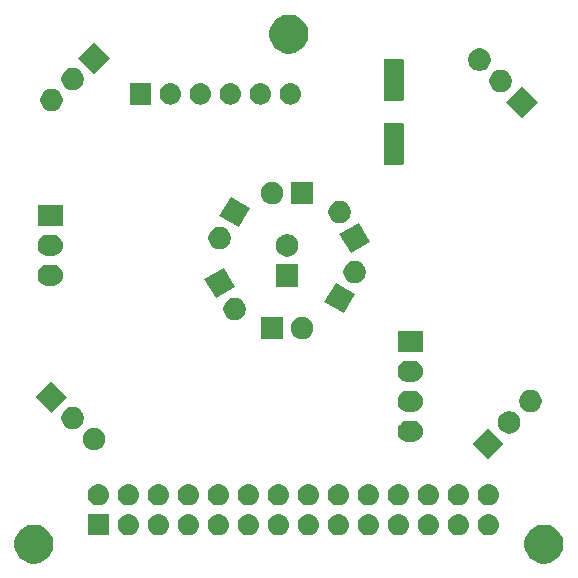
<source format=gts>
G04 #@! TF.GenerationSoftware,KiCad,Pcbnew,(5.0.2)-1*
G04 #@! TF.CreationDate,2019-01-31T16:36:43+01:00*
G04 #@! TF.ProjectId,SHMod24_RF_IR_Bridge,53484d6f-6432-4345-9f52-465f49525f42,rev?*
G04 #@! TF.SameCoordinates,Original*
G04 #@! TF.FileFunction,Soldermask,Top*
G04 #@! TF.FilePolarity,Negative*
%FSLAX46Y46*%
G04 Gerber Fmt 4.6, Leading zero omitted, Abs format (unit mm)*
G04 Created by KiCad (PCBNEW (5.0.2)-1) date 31/01/2019 16:36:43*
%MOMM*%
%LPD*%
G01*
G04 APERTURE LIST*
%ADD10C,0.100000*%
G04 APERTURE END LIST*
D10*
G36*
X44965256Y-42481298D02*
X45071579Y-42502447D01*
X45372042Y-42626903D01*
X45610844Y-42786466D01*
X45642454Y-42807587D01*
X45872413Y-43037546D01*
X45872415Y-43037549D01*
X45976137Y-43192779D01*
X46053098Y-43307960D01*
X46177553Y-43608422D01*
X46241000Y-43927389D01*
X46241000Y-44252611D01*
X46177553Y-44571578D01*
X46053098Y-44872040D01*
X45872413Y-45142454D01*
X45642454Y-45372413D01*
X45642451Y-45372415D01*
X45372042Y-45553097D01*
X45071579Y-45677553D01*
X44965256Y-45698702D01*
X44752611Y-45741000D01*
X44427389Y-45741000D01*
X44214744Y-45698702D01*
X44108421Y-45677553D01*
X43807958Y-45553097D01*
X43537549Y-45372415D01*
X43537546Y-45372413D01*
X43307587Y-45142454D01*
X43126902Y-44872040D01*
X43002447Y-44571578D01*
X42939000Y-44252611D01*
X42939000Y-43927389D01*
X43002447Y-43608422D01*
X43126902Y-43307960D01*
X43203864Y-43192779D01*
X43307585Y-43037549D01*
X43307587Y-43037546D01*
X43537546Y-42807587D01*
X43569156Y-42786466D01*
X43807958Y-42626903D01*
X44108421Y-42502447D01*
X44214744Y-42481298D01*
X44427389Y-42439000D01*
X44752611Y-42439000D01*
X44965256Y-42481298D01*
X44965256Y-42481298D01*
G37*
G36*
X1785256Y-42481298D02*
X1891579Y-42502447D01*
X2192042Y-42626903D01*
X2430844Y-42786466D01*
X2462454Y-42807587D01*
X2692413Y-43037546D01*
X2692415Y-43037549D01*
X2796137Y-43192779D01*
X2873098Y-43307960D01*
X2997553Y-43608422D01*
X3061000Y-43927389D01*
X3061000Y-44252611D01*
X2997553Y-44571578D01*
X2873098Y-44872040D01*
X2692413Y-45142454D01*
X2462454Y-45372413D01*
X2462451Y-45372415D01*
X2192042Y-45553097D01*
X1891579Y-45677553D01*
X1785256Y-45698702D01*
X1572611Y-45741000D01*
X1247389Y-45741000D01*
X1034744Y-45698702D01*
X928421Y-45677553D01*
X627958Y-45553097D01*
X357549Y-45372415D01*
X357546Y-45372413D01*
X127587Y-45142454D01*
X-53098Y-44872040D01*
X-177553Y-44571578D01*
X-241000Y-44252611D01*
X-241000Y-43927389D01*
X-177553Y-43608422D01*
X-53098Y-43307960D01*
X23864Y-43192779D01*
X127585Y-43037549D01*
X127587Y-43037546D01*
X357546Y-42807587D01*
X389156Y-42786466D01*
X627958Y-42626903D01*
X928421Y-42502447D01*
X1034744Y-42481298D01*
X1247389Y-42439000D01*
X1572611Y-42439000D01*
X1785256Y-42481298D01*
X1785256Y-42481298D01*
G37*
G36*
X34920443Y-41545519D02*
X34986627Y-41552037D01*
X35099853Y-41586384D01*
X35156467Y-41603557D01*
X35295087Y-41677652D01*
X35312991Y-41687222D01*
X35348729Y-41716552D01*
X35450186Y-41799814D01*
X35533448Y-41901271D01*
X35562778Y-41937009D01*
X35562779Y-41937011D01*
X35646443Y-42093533D01*
X35646443Y-42093534D01*
X35697963Y-42263373D01*
X35715359Y-42440000D01*
X35697963Y-42616627D01*
X35663616Y-42729853D01*
X35646443Y-42786467D01*
X35635155Y-42807585D01*
X35562778Y-42942991D01*
X35533448Y-42978729D01*
X35450186Y-43080186D01*
X35348729Y-43163448D01*
X35312991Y-43192778D01*
X35312989Y-43192779D01*
X35156467Y-43276443D01*
X35099853Y-43293616D01*
X34986627Y-43327963D01*
X34920442Y-43334482D01*
X34854260Y-43341000D01*
X34765740Y-43341000D01*
X34699558Y-43334482D01*
X34633373Y-43327963D01*
X34520147Y-43293616D01*
X34463533Y-43276443D01*
X34307011Y-43192779D01*
X34307009Y-43192778D01*
X34271271Y-43163448D01*
X34169814Y-43080186D01*
X34086552Y-42978729D01*
X34057222Y-42942991D01*
X33984845Y-42807585D01*
X33973557Y-42786467D01*
X33956384Y-42729853D01*
X33922037Y-42616627D01*
X33904641Y-42440000D01*
X33922037Y-42263373D01*
X33973557Y-42093534D01*
X33973557Y-42093533D01*
X34057221Y-41937011D01*
X34057222Y-41937009D01*
X34086552Y-41901271D01*
X34169814Y-41799814D01*
X34271271Y-41716552D01*
X34307009Y-41687222D01*
X34324913Y-41677652D01*
X34463533Y-41603557D01*
X34520147Y-41586384D01*
X34633373Y-41552037D01*
X34699557Y-41545519D01*
X34765740Y-41539000D01*
X34854260Y-41539000D01*
X34920443Y-41545519D01*
X34920443Y-41545519D01*
G37*
G36*
X40000443Y-41545519D02*
X40066627Y-41552037D01*
X40179853Y-41586384D01*
X40236467Y-41603557D01*
X40375087Y-41677652D01*
X40392991Y-41687222D01*
X40428729Y-41716552D01*
X40530186Y-41799814D01*
X40613448Y-41901271D01*
X40642778Y-41937009D01*
X40642779Y-41937011D01*
X40726443Y-42093533D01*
X40726443Y-42093534D01*
X40777963Y-42263373D01*
X40795359Y-42440000D01*
X40777963Y-42616627D01*
X40743616Y-42729853D01*
X40726443Y-42786467D01*
X40715155Y-42807585D01*
X40642778Y-42942991D01*
X40613448Y-42978729D01*
X40530186Y-43080186D01*
X40428729Y-43163448D01*
X40392991Y-43192778D01*
X40392989Y-43192779D01*
X40236467Y-43276443D01*
X40179853Y-43293616D01*
X40066627Y-43327963D01*
X40000442Y-43334482D01*
X39934260Y-43341000D01*
X39845740Y-43341000D01*
X39779558Y-43334482D01*
X39713373Y-43327963D01*
X39600147Y-43293616D01*
X39543533Y-43276443D01*
X39387011Y-43192779D01*
X39387009Y-43192778D01*
X39351271Y-43163448D01*
X39249814Y-43080186D01*
X39166552Y-42978729D01*
X39137222Y-42942991D01*
X39064845Y-42807585D01*
X39053557Y-42786467D01*
X39036384Y-42729853D01*
X39002037Y-42616627D01*
X38984641Y-42440000D01*
X39002037Y-42263373D01*
X39053557Y-42093534D01*
X39053557Y-42093533D01*
X39137221Y-41937011D01*
X39137222Y-41937009D01*
X39166552Y-41901271D01*
X39249814Y-41799814D01*
X39351271Y-41716552D01*
X39387009Y-41687222D01*
X39404913Y-41677652D01*
X39543533Y-41603557D01*
X39600147Y-41586384D01*
X39713373Y-41552037D01*
X39779557Y-41545519D01*
X39845740Y-41539000D01*
X39934260Y-41539000D01*
X40000443Y-41545519D01*
X40000443Y-41545519D01*
G37*
G36*
X7771000Y-43341000D02*
X5969000Y-43341000D01*
X5969000Y-41539000D01*
X7771000Y-41539000D01*
X7771000Y-43341000D01*
X7771000Y-43341000D01*
G37*
G36*
X9520443Y-41545519D02*
X9586627Y-41552037D01*
X9699853Y-41586384D01*
X9756467Y-41603557D01*
X9895087Y-41677652D01*
X9912991Y-41687222D01*
X9948729Y-41716552D01*
X10050186Y-41799814D01*
X10133448Y-41901271D01*
X10162778Y-41937009D01*
X10162779Y-41937011D01*
X10246443Y-42093533D01*
X10246443Y-42093534D01*
X10297963Y-42263373D01*
X10315359Y-42440000D01*
X10297963Y-42616627D01*
X10263616Y-42729853D01*
X10246443Y-42786467D01*
X10235155Y-42807585D01*
X10162778Y-42942991D01*
X10133448Y-42978729D01*
X10050186Y-43080186D01*
X9948729Y-43163448D01*
X9912991Y-43192778D01*
X9912989Y-43192779D01*
X9756467Y-43276443D01*
X9699853Y-43293616D01*
X9586627Y-43327963D01*
X9520442Y-43334482D01*
X9454260Y-43341000D01*
X9365740Y-43341000D01*
X9299558Y-43334482D01*
X9233373Y-43327963D01*
X9120147Y-43293616D01*
X9063533Y-43276443D01*
X8907011Y-43192779D01*
X8907009Y-43192778D01*
X8871271Y-43163448D01*
X8769814Y-43080186D01*
X8686552Y-42978729D01*
X8657222Y-42942991D01*
X8584845Y-42807585D01*
X8573557Y-42786467D01*
X8556384Y-42729853D01*
X8522037Y-42616627D01*
X8504641Y-42440000D01*
X8522037Y-42263373D01*
X8573557Y-42093534D01*
X8573557Y-42093533D01*
X8657221Y-41937011D01*
X8657222Y-41937009D01*
X8686552Y-41901271D01*
X8769814Y-41799814D01*
X8871271Y-41716552D01*
X8907009Y-41687222D01*
X8924913Y-41677652D01*
X9063533Y-41603557D01*
X9120147Y-41586384D01*
X9233373Y-41552037D01*
X9299557Y-41545519D01*
X9365740Y-41539000D01*
X9454260Y-41539000D01*
X9520443Y-41545519D01*
X9520443Y-41545519D01*
G37*
G36*
X12060443Y-41545519D02*
X12126627Y-41552037D01*
X12239853Y-41586384D01*
X12296467Y-41603557D01*
X12435087Y-41677652D01*
X12452991Y-41687222D01*
X12488729Y-41716552D01*
X12590186Y-41799814D01*
X12673448Y-41901271D01*
X12702778Y-41937009D01*
X12702779Y-41937011D01*
X12786443Y-42093533D01*
X12786443Y-42093534D01*
X12837963Y-42263373D01*
X12855359Y-42440000D01*
X12837963Y-42616627D01*
X12803616Y-42729853D01*
X12786443Y-42786467D01*
X12775155Y-42807585D01*
X12702778Y-42942991D01*
X12673448Y-42978729D01*
X12590186Y-43080186D01*
X12488729Y-43163448D01*
X12452991Y-43192778D01*
X12452989Y-43192779D01*
X12296467Y-43276443D01*
X12239853Y-43293616D01*
X12126627Y-43327963D01*
X12060442Y-43334482D01*
X11994260Y-43341000D01*
X11905740Y-43341000D01*
X11839558Y-43334482D01*
X11773373Y-43327963D01*
X11660147Y-43293616D01*
X11603533Y-43276443D01*
X11447011Y-43192779D01*
X11447009Y-43192778D01*
X11411271Y-43163448D01*
X11309814Y-43080186D01*
X11226552Y-42978729D01*
X11197222Y-42942991D01*
X11124845Y-42807585D01*
X11113557Y-42786467D01*
X11096384Y-42729853D01*
X11062037Y-42616627D01*
X11044641Y-42440000D01*
X11062037Y-42263373D01*
X11113557Y-42093534D01*
X11113557Y-42093533D01*
X11197221Y-41937011D01*
X11197222Y-41937009D01*
X11226552Y-41901271D01*
X11309814Y-41799814D01*
X11411271Y-41716552D01*
X11447009Y-41687222D01*
X11464913Y-41677652D01*
X11603533Y-41603557D01*
X11660147Y-41586384D01*
X11773373Y-41552037D01*
X11839557Y-41545519D01*
X11905740Y-41539000D01*
X11994260Y-41539000D01*
X12060443Y-41545519D01*
X12060443Y-41545519D01*
G37*
G36*
X14600443Y-41545519D02*
X14666627Y-41552037D01*
X14779853Y-41586384D01*
X14836467Y-41603557D01*
X14975087Y-41677652D01*
X14992991Y-41687222D01*
X15028729Y-41716552D01*
X15130186Y-41799814D01*
X15213448Y-41901271D01*
X15242778Y-41937009D01*
X15242779Y-41937011D01*
X15326443Y-42093533D01*
X15326443Y-42093534D01*
X15377963Y-42263373D01*
X15395359Y-42440000D01*
X15377963Y-42616627D01*
X15343616Y-42729853D01*
X15326443Y-42786467D01*
X15315155Y-42807585D01*
X15242778Y-42942991D01*
X15213448Y-42978729D01*
X15130186Y-43080186D01*
X15028729Y-43163448D01*
X14992991Y-43192778D01*
X14992989Y-43192779D01*
X14836467Y-43276443D01*
X14779853Y-43293616D01*
X14666627Y-43327963D01*
X14600442Y-43334482D01*
X14534260Y-43341000D01*
X14445740Y-43341000D01*
X14379558Y-43334482D01*
X14313373Y-43327963D01*
X14200147Y-43293616D01*
X14143533Y-43276443D01*
X13987011Y-43192779D01*
X13987009Y-43192778D01*
X13951271Y-43163448D01*
X13849814Y-43080186D01*
X13766552Y-42978729D01*
X13737222Y-42942991D01*
X13664845Y-42807585D01*
X13653557Y-42786467D01*
X13636384Y-42729853D01*
X13602037Y-42616627D01*
X13584641Y-42440000D01*
X13602037Y-42263373D01*
X13653557Y-42093534D01*
X13653557Y-42093533D01*
X13737221Y-41937011D01*
X13737222Y-41937009D01*
X13766552Y-41901271D01*
X13849814Y-41799814D01*
X13951271Y-41716552D01*
X13987009Y-41687222D01*
X14004913Y-41677652D01*
X14143533Y-41603557D01*
X14200147Y-41586384D01*
X14313373Y-41552037D01*
X14379557Y-41545519D01*
X14445740Y-41539000D01*
X14534260Y-41539000D01*
X14600443Y-41545519D01*
X14600443Y-41545519D01*
G37*
G36*
X17140443Y-41545519D02*
X17206627Y-41552037D01*
X17319853Y-41586384D01*
X17376467Y-41603557D01*
X17515087Y-41677652D01*
X17532991Y-41687222D01*
X17568729Y-41716552D01*
X17670186Y-41799814D01*
X17753448Y-41901271D01*
X17782778Y-41937009D01*
X17782779Y-41937011D01*
X17866443Y-42093533D01*
X17866443Y-42093534D01*
X17917963Y-42263373D01*
X17935359Y-42440000D01*
X17917963Y-42616627D01*
X17883616Y-42729853D01*
X17866443Y-42786467D01*
X17855155Y-42807585D01*
X17782778Y-42942991D01*
X17753448Y-42978729D01*
X17670186Y-43080186D01*
X17568729Y-43163448D01*
X17532991Y-43192778D01*
X17532989Y-43192779D01*
X17376467Y-43276443D01*
X17319853Y-43293616D01*
X17206627Y-43327963D01*
X17140442Y-43334482D01*
X17074260Y-43341000D01*
X16985740Y-43341000D01*
X16919558Y-43334482D01*
X16853373Y-43327963D01*
X16740147Y-43293616D01*
X16683533Y-43276443D01*
X16527011Y-43192779D01*
X16527009Y-43192778D01*
X16491271Y-43163448D01*
X16389814Y-43080186D01*
X16306552Y-42978729D01*
X16277222Y-42942991D01*
X16204845Y-42807585D01*
X16193557Y-42786467D01*
X16176384Y-42729853D01*
X16142037Y-42616627D01*
X16124641Y-42440000D01*
X16142037Y-42263373D01*
X16193557Y-42093534D01*
X16193557Y-42093533D01*
X16277221Y-41937011D01*
X16277222Y-41937009D01*
X16306552Y-41901271D01*
X16389814Y-41799814D01*
X16491271Y-41716552D01*
X16527009Y-41687222D01*
X16544913Y-41677652D01*
X16683533Y-41603557D01*
X16740147Y-41586384D01*
X16853373Y-41552037D01*
X16919557Y-41545519D01*
X16985740Y-41539000D01*
X17074260Y-41539000D01*
X17140443Y-41545519D01*
X17140443Y-41545519D01*
G37*
G36*
X19680443Y-41545519D02*
X19746627Y-41552037D01*
X19859853Y-41586384D01*
X19916467Y-41603557D01*
X20055087Y-41677652D01*
X20072991Y-41687222D01*
X20108729Y-41716552D01*
X20210186Y-41799814D01*
X20293448Y-41901271D01*
X20322778Y-41937009D01*
X20322779Y-41937011D01*
X20406443Y-42093533D01*
X20406443Y-42093534D01*
X20457963Y-42263373D01*
X20475359Y-42440000D01*
X20457963Y-42616627D01*
X20423616Y-42729853D01*
X20406443Y-42786467D01*
X20395155Y-42807585D01*
X20322778Y-42942991D01*
X20293448Y-42978729D01*
X20210186Y-43080186D01*
X20108729Y-43163448D01*
X20072991Y-43192778D01*
X20072989Y-43192779D01*
X19916467Y-43276443D01*
X19859853Y-43293616D01*
X19746627Y-43327963D01*
X19680442Y-43334482D01*
X19614260Y-43341000D01*
X19525740Y-43341000D01*
X19459558Y-43334482D01*
X19393373Y-43327963D01*
X19280147Y-43293616D01*
X19223533Y-43276443D01*
X19067011Y-43192779D01*
X19067009Y-43192778D01*
X19031271Y-43163448D01*
X18929814Y-43080186D01*
X18846552Y-42978729D01*
X18817222Y-42942991D01*
X18744845Y-42807585D01*
X18733557Y-42786467D01*
X18716384Y-42729853D01*
X18682037Y-42616627D01*
X18664641Y-42440000D01*
X18682037Y-42263373D01*
X18733557Y-42093534D01*
X18733557Y-42093533D01*
X18817221Y-41937011D01*
X18817222Y-41937009D01*
X18846552Y-41901271D01*
X18929814Y-41799814D01*
X19031271Y-41716552D01*
X19067009Y-41687222D01*
X19084913Y-41677652D01*
X19223533Y-41603557D01*
X19280147Y-41586384D01*
X19393373Y-41552037D01*
X19459557Y-41545519D01*
X19525740Y-41539000D01*
X19614260Y-41539000D01*
X19680443Y-41545519D01*
X19680443Y-41545519D01*
G37*
G36*
X22220443Y-41545519D02*
X22286627Y-41552037D01*
X22399853Y-41586384D01*
X22456467Y-41603557D01*
X22595087Y-41677652D01*
X22612991Y-41687222D01*
X22648729Y-41716552D01*
X22750186Y-41799814D01*
X22833448Y-41901271D01*
X22862778Y-41937009D01*
X22862779Y-41937011D01*
X22946443Y-42093533D01*
X22946443Y-42093534D01*
X22997963Y-42263373D01*
X23015359Y-42440000D01*
X22997963Y-42616627D01*
X22963616Y-42729853D01*
X22946443Y-42786467D01*
X22935155Y-42807585D01*
X22862778Y-42942991D01*
X22833448Y-42978729D01*
X22750186Y-43080186D01*
X22648729Y-43163448D01*
X22612991Y-43192778D01*
X22612989Y-43192779D01*
X22456467Y-43276443D01*
X22399853Y-43293616D01*
X22286627Y-43327963D01*
X22220442Y-43334482D01*
X22154260Y-43341000D01*
X22065740Y-43341000D01*
X21999558Y-43334482D01*
X21933373Y-43327963D01*
X21820147Y-43293616D01*
X21763533Y-43276443D01*
X21607011Y-43192779D01*
X21607009Y-43192778D01*
X21571271Y-43163448D01*
X21469814Y-43080186D01*
X21386552Y-42978729D01*
X21357222Y-42942991D01*
X21284845Y-42807585D01*
X21273557Y-42786467D01*
X21256384Y-42729853D01*
X21222037Y-42616627D01*
X21204641Y-42440000D01*
X21222037Y-42263373D01*
X21273557Y-42093534D01*
X21273557Y-42093533D01*
X21357221Y-41937011D01*
X21357222Y-41937009D01*
X21386552Y-41901271D01*
X21469814Y-41799814D01*
X21571271Y-41716552D01*
X21607009Y-41687222D01*
X21624913Y-41677652D01*
X21763533Y-41603557D01*
X21820147Y-41586384D01*
X21933373Y-41552037D01*
X21999557Y-41545519D01*
X22065740Y-41539000D01*
X22154260Y-41539000D01*
X22220443Y-41545519D01*
X22220443Y-41545519D01*
G37*
G36*
X24760443Y-41545519D02*
X24826627Y-41552037D01*
X24939853Y-41586384D01*
X24996467Y-41603557D01*
X25135087Y-41677652D01*
X25152991Y-41687222D01*
X25188729Y-41716552D01*
X25290186Y-41799814D01*
X25373448Y-41901271D01*
X25402778Y-41937009D01*
X25402779Y-41937011D01*
X25486443Y-42093533D01*
X25486443Y-42093534D01*
X25537963Y-42263373D01*
X25555359Y-42440000D01*
X25537963Y-42616627D01*
X25503616Y-42729853D01*
X25486443Y-42786467D01*
X25475155Y-42807585D01*
X25402778Y-42942991D01*
X25373448Y-42978729D01*
X25290186Y-43080186D01*
X25188729Y-43163448D01*
X25152991Y-43192778D01*
X25152989Y-43192779D01*
X24996467Y-43276443D01*
X24939853Y-43293616D01*
X24826627Y-43327963D01*
X24760442Y-43334482D01*
X24694260Y-43341000D01*
X24605740Y-43341000D01*
X24539558Y-43334482D01*
X24473373Y-43327963D01*
X24360147Y-43293616D01*
X24303533Y-43276443D01*
X24147011Y-43192779D01*
X24147009Y-43192778D01*
X24111271Y-43163448D01*
X24009814Y-43080186D01*
X23926552Y-42978729D01*
X23897222Y-42942991D01*
X23824845Y-42807585D01*
X23813557Y-42786467D01*
X23796384Y-42729853D01*
X23762037Y-42616627D01*
X23744641Y-42440000D01*
X23762037Y-42263373D01*
X23813557Y-42093534D01*
X23813557Y-42093533D01*
X23897221Y-41937011D01*
X23897222Y-41937009D01*
X23926552Y-41901271D01*
X24009814Y-41799814D01*
X24111271Y-41716552D01*
X24147009Y-41687222D01*
X24164913Y-41677652D01*
X24303533Y-41603557D01*
X24360147Y-41586384D01*
X24473373Y-41552037D01*
X24539557Y-41545519D01*
X24605740Y-41539000D01*
X24694260Y-41539000D01*
X24760443Y-41545519D01*
X24760443Y-41545519D01*
G37*
G36*
X27300443Y-41545519D02*
X27366627Y-41552037D01*
X27479853Y-41586384D01*
X27536467Y-41603557D01*
X27675087Y-41677652D01*
X27692991Y-41687222D01*
X27728729Y-41716552D01*
X27830186Y-41799814D01*
X27913448Y-41901271D01*
X27942778Y-41937009D01*
X27942779Y-41937011D01*
X28026443Y-42093533D01*
X28026443Y-42093534D01*
X28077963Y-42263373D01*
X28095359Y-42440000D01*
X28077963Y-42616627D01*
X28043616Y-42729853D01*
X28026443Y-42786467D01*
X28015155Y-42807585D01*
X27942778Y-42942991D01*
X27913448Y-42978729D01*
X27830186Y-43080186D01*
X27728729Y-43163448D01*
X27692991Y-43192778D01*
X27692989Y-43192779D01*
X27536467Y-43276443D01*
X27479853Y-43293616D01*
X27366627Y-43327963D01*
X27300442Y-43334482D01*
X27234260Y-43341000D01*
X27145740Y-43341000D01*
X27079558Y-43334482D01*
X27013373Y-43327963D01*
X26900147Y-43293616D01*
X26843533Y-43276443D01*
X26687011Y-43192779D01*
X26687009Y-43192778D01*
X26651271Y-43163448D01*
X26549814Y-43080186D01*
X26466552Y-42978729D01*
X26437222Y-42942991D01*
X26364845Y-42807585D01*
X26353557Y-42786467D01*
X26336384Y-42729853D01*
X26302037Y-42616627D01*
X26284641Y-42440000D01*
X26302037Y-42263373D01*
X26353557Y-42093534D01*
X26353557Y-42093533D01*
X26437221Y-41937011D01*
X26437222Y-41937009D01*
X26466552Y-41901271D01*
X26549814Y-41799814D01*
X26651271Y-41716552D01*
X26687009Y-41687222D01*
X26704913Y-41677652D01*
X26843533Y-41603557D01*
X26900147Y-41586384D01*
X27013373Y-41552037D01*
X27079557Y-41545519D01*
X27145740Y-41539000D01*
X27234260Y-41539000D01*
X27300443Y-41545519D01*
X27300443Y-41545519D01*
G37*
G36*
X29840443Y-41545519D02*
X29906627Y-41552037D01*
X30019853Y-41586384D01*
X30076467Y-41603557D01*
X30215087Y-41677652D01*
X30232991Y-41687222D01*
X30268729Y-41716552D01*
X30370186Y-41799814D01*
X30453448Y-41901271D01*
X30482778Y-41937009D01*
X30482779Y-41937011D01*
X30566443Y-42093533D01*
X30566443Y-42093534D01*
X30617963Y-42263373D01*
X30635359Y-42440000D01*
X30617963Y-42616627D01*
X30583616Y-42729853D01*
X30566443Y-42786467D01*
X30555155Y-42807585D01*
X30482778Y-42942991D01*
X30453448Y-42978729D01*
X30370186Y-43080186D01*
X30268729Y-43163448D01*
X30232991Y-43192778D01*
X30232989Y-43192779D01*
X30076467Y-43276443D01*
X30019853Y-43293616D01*
X29906627Y-43327963D01*
X29840442Y-43334482D01*
X29774260Y-43341000D01*
X29685740Y-43341000D01*
X29619558Y-43334482D01*
X29553373Y-43327963D01*
X29440147Y-43293616D01*
X29383533Y-43276443D01*
X29227011Y-43192779D01*
X29227009Y-43192778D01*
X29191271Y-43163448D01*
X29089814Y-43080186D01*
X29006552Y-42978729D01*
X28977222Y-42942991D01*
X28904845Y-42807585D01*
X28893557Y-42786467D01*
X28876384Y-42729853D01*
X28842037Y-42616627D01*
X28824641Y-42440000D01*
X28842037Y-42263373D01*
X28893557Y-42093534D01*
X28893557Y-42093533D01*
X28977221Y-41937011D01*
X28977222Y-41937009D01*
X29006552Y-41901271D01*
X29089814Y-41799814D01*
X29191271Y-41716552D01*
X29227009Y-41687222D01*
X29244913Y-41677652D01*
X29383533Y-41603557D01*
X29440147Y-41586384D01*
X29553373Y-41552037D01*
X29619557Y-41545519D01*
X29685740Y-41539000D01*
X29774260Y-41539000D01*
X29840443Y-41545519D01*
X29840443Y-41545519D01*
G37*
G36*
X32380443Y-41545519D02*
X32446627Y-41552037D01*
X32559853Y-41586384D01*
X32616467Y-41603557D01*
X32755087Y-41677652D01*
X32772991Y-41687222D01*
X32808729Y-41716552D01*
X32910186Y-41799814D01*
X32993448Y-41901271D01*
X33022778Y-41937009D01*
X33022779Y-41937011D01*
X33106443Y-42093533D01*
X33106443Y-42093534D01*
X33157963Y-42263373D01*
X33175359Y-42440000D01*
X33157963Y-42616627D01*
X33123616Y-42729853D01*
X33106443Y-42786467D01*
X33095155Y-42807585D01*
X33022778Y-42942991D01*
X32993448Y-42978729D01*
X32910186Y-43080186D01*
X32808729Y-43163448D01*
X32772991Y-43192778D01*
X32772989Y-43192779D01*
X32616467Y-43276443D01*
X32559853Y-43293616D01*
X32446627Y-43327963D01*
X32380442Y-43334482D01*
X32314260Y-43341000D01*
X32225740Y-43341000D01*
X32159558Y-43334482D01*
X32093373Y-43327963D01*
X31980147Y-43293616D01*
X31923533Y-43276443D01*
X31767011Y-43192779D01*
X31767009Y-43192778D01*
X31731271Y-43163448D01*
X31629814Y-43080186D01*
X31546552Y-42978729D01*
X31517222Y-42942991D01*
X31444845Y-42807585D01*
X31433557Y-42786467D01*
X31416384Y-42729853D01*
X31382037Y-42616627D01*
X31364641Y-42440000D01*
X31382037Y-42263373D01*
X31433557Y-42093534D01*
X31433557Y-42093533D01*
X31517221Y-41937011D01*
X31517222Y-41937009D01*
X31546552Y-41901271D01*
X31629814Y-41799814D01*
X31731271Y-41716552D01*
X31767009Y-41687222D01*
X31784913Y-41677652D01*
X31923533Y-41603557D01*
X31980147Y-41586384D01*
X32093373Y-41552037D01*
X32159557Y-41545519D01*
X32225740Y-41539000D01*
X32314260Y-41539000D01*
X32380443Y-41545519D01*
X32380443Y-41545519D01*
G37*
G36*
X37460443Y-41545519D02*
X37526627Y-41552037D01*
X37639853Y-41586384D01*
X37696467Y-41603557D01*
X37835087Y-41677652D01*
X37852991Y-41687222D01*
X37888729Y-41716552D01*
X37990186Y-41799814D01*
X38073448Y-41901271D01*
X38102778Y-41937009D01*
X38102779Y-41937011D01*
X38186443Y-42093533D01*
X38186443Y-42093534D01*
X38237963Y-42263373D01*
X38255359Y-42440000D01*
X38237963Y-42616627D01*
X38203616Y-42729853D01*
X38186443Y-42786467D01*
X38175155Y-42807585D01*
X38102778Y-42942991D01*
X38073448Y-42978729D01*
X37990186Y-43080186D01*
X37888729Y-43163448D01*
X37852991Y-43192778D01*
X37852989Y-43192779D01*
X37696467Y-43276443D01*
X37639853Y-43293616D01*
X37526627Y-43327963D01*
X37460442Y-43334482D01*
X37394260Y-43341000D01*
X37305740Y-43341000D01*
X37239558Y-43334482D01*
X37173373Y-43327963D01*
X37060147Y-43293616D01*
X37003533Y-43276443D01*
X36847011Y-43192779D01*
X36847009Y-43192778D01*
X36811271Y-43163448D01*
X36709814Y-43080186D01*
X36626552Y-42978729D01*
X36597222Y-42942991D01*
X36524845Y-42807585D01*
X36513557Y-42786467D01*
X36496384Y-42729853D01*
X36462037Y-42616627D01*
X36444641Y-42440000D01*
X36462037Y-42263373D01*
X36513557Y-42093534D01*
X36513557Y-42093533D01*
X36597221Y-41937011D01*
X36597222Y-41937009D01*
X36626552Y-41901271D01*
X36709814Y-41799814D01*
X36811271Y-41716552D01*
X36847009Y-41687222D01*
X36864913Y-41677652D01*
X37003533Y-41603557D01*
X37060147Y-41586384D01*
X37173373Y-41552037D01*
X37239557Y-41545519D01*
X37305740Y-41539000D01*
X37394260Y-41539000D01*
X37460443Y-41545519D01*
X37460443Y-41545519D01*
G37*
G36*
X9520442Y-39005518D02*
X9586627Y-39012037D01*
X9699853Y-39046384D01*
X9756467Y-39063557D01*
X9895087Y-39137652D01*
X9912991Y-39147222D01*
X9948729Y-39176552D01*
X10050186Y-39259814D01*
X10133448Y-39361271D01*
X10162778Y-39397009D01*
X10162779Y-39397011D01*
X10246443Y-39553533D01*
X10246443Y-39553534D01*
X10297963Y-39723373D01*
X10315359Y-39900000D01*
X10297963Y-40076627D01*
X10263616Y-40189853D01*
X10246443Y-40246467D01*
X10172348Y-40385087D01*
X10162778Y-40402991D01*
X10133448Y-40438729D01*
X10050186Y-40540186D01*
X9948729Y-40623448D01*
X9912991Y-40652778D01*
X9912989Y-40652779D01*
X9756467Y-40736443D01*
X9699853Y-40753616D01*
X9586627Y-40787963D01*
X9520443Y-40794481D01*
X9454260Y-40801000D01*
X9365740Y-40801000D01*
X9299557Y-40794481D01*
X9233373Y-40787963D01*
X9120147Y-40753616D01*
X9063533Y-40736443D01*
X8907011Y-40652779D01*
X8907009Y-40652778D01*
X8871271Y-40623448D01*
X8769814Y-40540186D01*
X8686552Y-40438729D01*
X8657222Y-40402991D01*
X8647652Y-40385087D01*
X8573557Y-40246467D01*
X8556384Y-40189853D01*
X8522037Y-40076627D01*
X8504641Y-39900000D01*
X8522037Y-39723373D01*
X8573557Y-39553534D01*
X8573557Y-39553533D01*
X8657221Y-39397011D01*
X8657222Y-39397009D01*
X8686552Y-39361271D01*
X8769814Y-39259814D01*
X8871271Y-39176552D01*
X8907009Y-39147222D01*
X8924913Y-39137652D01*
X9063533Y-39063557D01*
X9120147Y-39046384D01*
X9233373Y-39012037D01*
X9299558Y-39005518D01*
X9365740Y-38999000D01*
X9454260Y-38999000D01*
X9520442Y-39005518D01*
X9520442Y-39005518D01*
G37*
G36*
X19680442Y-39005518D02*
X19746627Y-39012037D01*
X19859853Y-39046384D01*
X19916467Y-39063557D01*
X20055087Y-39137652D01*
X20072991Y-39147222D01*
X20108729Y-39176552D01*
X20210186Y-39259814D01*
X20293448Y-39361271D01*
X20322778Y-39397009D01*
X20322779Y-39397011D01*
X20406443Y-39553533D01*
X20406443Y-39553534D01*
X20457963Y-39723373D01*
X20475359Y-39900000D01*
X20457963Y-40076627D01*
X20423616Y-40189853D01*
X20406443Y-40246467D01*
X20332348Y-40385087D01*
X20322778Y-40402991D01*
X20293448Y-40438729D01*
X20210186Y-40540186D01*
X20108729Y-40623448D01*
X20072991Y-40652778D01*
X20072989Y-40652779D01*
X19916467Y-40736443D01*
X19859853Y-40753616D01*
X19746627Y-40787963D01*
X19680443Y-40794481D01*
X19614260Y-40801000D01*
X19525740Y-40801000D01*
X19459557Y-40794481D01*
X19393373Y-40787963D01*
X19280147Y-40753616D01*
X19223533Y-40736443D01*
X19067011Y-40652779D01*
X19067009Y-40652778D01*
X19031271Y-40623448D01*
X18929814Y-40540186D01*
X18846552Y-40438729D01*
X18817222Y-40402991D01*
X18807652Y-40385087D01*
X18733557Y-40246467D01*
X18716384Y-40189853D01*
X18682037Y-40076627D01*
X18664641Y-39900000D01*
X18682037Y-39723373D01*
X18733557Y-39553534D01*
X18733557Y-39553533D01*
X18817221Y-39397011D01*
X18817222Y-39397009D01*
X18846552Y-39361271D01*
X18929814Y-39259814D01*
X19031271Y-39176552D01*
X19067009Y-39147222D01*
X19084913Y-39137652D01*
X19223533Y-39063557D01*
X19280147Y-39046384D01*
X19393373Y-39012037D01*
X19459558Y-39005518D01*
X19525740Y-38999000D01*
X19614260Y-38999000D01*
X19680442Y-39005518D01*
X19680442Y-39005518D01*
G37*
G36*
X6980442Y-39005518D02*
X7046627Y-39012037D01*
X7159853Y-39046384D01*
X7216467Y-39063557D01*
X7355087Y-39137652D01*
X7372991Y-39147222D01*
X7408729Y-39176552D01*
X7510186Y-39259814D01*
X7593448Y-39361271D01*
X7622778Y-39397009D01*
X7622779Y-39397011D01*
X7706443Y-39553533D01*
X7706443Y-39553534D01*
X7757963Y-39723373D01*
X7775359Y-39900000D01*
X7757963Y-40076627D01*
X7723616Y-40189853D01*
X7706443Y-40246467D01*
X7632348Y-40385087D01*
X7622778Y-40402991D01*
X7593448Y-40438729D01*
X7510186Y-40540186D01*
X7408729Y-40623448D01*
X7372991Y-40652778D01*
X7372989Y-40652779D01*
X7216467Y-40736443D01*
X7159853Y-40753616D01*
X7046627Y-40787963D01*
X6980443Y-40794481D01*
X6914260Y-40801000D01*
X6825740Y-40801000D01*
X6759557Y-40794481D01*
X6693373Y-40787963D01*
X6580147Y-40753616D01*
X6523533Y-40736443D01*
X6367011Y-40652779D01*
X6367009Y-40652778D01*
X6331271Y-40623448D01*
X6229814Y-40540186D01*
X6146552Y-40438729D01*
X6117222Y-40402991D01*
X6107652Y-40385087D01*
X6033557Y-40246467D01*
X6016384Y-40189853D01*
X5982037Y-40076627D01*
X5964641Y-39900000D01*
X5982037Y-39723373D01*
X6033557Y-39553534D01*
X6033557Y-39553533D01*
X6117221Y-39397011D01*
X6117222Y-39397009D01*
X6146552Y-39361271D01*
X6229814Y-39259814D01*
X6331271Y-39176552D01*
X6367009Y-39147222D01*
X6384913Y-39137652D01*
X6523533Y-39063557D01*
X6580147Y-39046384D01*
X6693373Y-39012037D01*
X6759558Y-39005518D01*
X6825740Y-38999000D01*
X6914260Y-38999000D01*
X6980442Y-39005518D01*
X6980442Y-39005518D01*
G37*
G36*
X37460442Y-39005518D02*
X37526627Y-39012037D01*
X37639853Y-39046384D01*
X37696467Y-39063557D01*
X37835087Y-39137652D01*
X37852991Y-39147222D01*
X37888729Y-39176552D01*
X37990186Y-39259814D01*
X38073448Y-39361271D01*
X38102778Y-39397009D01*
X38102779Y-39397011D01*
X38186443Y-39553533D01*
X38186443Y-39553534D01*
X38237963Y-39723373D01*
X38255359Y-39900000D01*
X38237963Y-40076627D01*
X38203616Y-40189853D01*
X38186443Y-40246467D01*
X38112348Y-40385087D01*
X38102778Y-40402991D01*
X38073448Y-40438729D01*
X37990186Y-40540186D01*
X37888729Y-40623448D01*
X37852991Y-40652778D01*
X37852989Y-40652779D01*
X37696467Y-40736443D01*
X37639853Y-40753616D01*
X37526627Y-40787963D01*
X37460443Y-40794481D01*
X37394260Y-40801000D01*
X37305740Y-40801000D01*
X37239557Y-40794481D01*
X37173373Y-40787963D01*
X37060147Y-40753616D01*
X37003533Y-40736443D01*
X36847011Y-40652779D01*
X36847009Y-40652778D01*
X36811271Y-40623448D01*
X36709814Y-40540186D01*
X36626552Y-40438729D01*
X36597222Y-40402991D01*
X36587652Y-40385087D01*
X36513557Y-40246467D01*
X36496384Y-40189853D01*
X36462037Y-40076627D01*
X36444641Y-39900000D01*
X36462037Y-39723373D01*
X36513557Y-39553534D01*
X36513557Y-39553533D01*
X36597221Y-39397011D01*
X36597222Y-39397009D01*
X36626552Y-39361271D01*
X36709814Y-39259814D01*
X36811271Y-39176552D01*
X36847009Y-39147222D01*
X36864913Y-39137652D01*
X37003533Y-39063557D01*
X37060147Y-39046384D01*
X37173373Y-39012037D01*
X37239558Y-39005518D01*
X37305740Y-38999000D01*
X37394260Y-38999000D01*
X37460442Y-39005518D01*
X37460442Y-39005518D01*
G37*
G36*
X22220442Y-39005518D02*
X22286627Y-39012037D01*
X22399853Y-39046384D01*
X22456467Y-39063557D01*
X22595087Y-39137652D01*
X22612991Y-39147222D01*
X22648729Y-39176552D01*
X22750186Y-39259814D01*
X22833448Y-39361271D01*
X22862778Y-39397009D01*
X22862779Y-39397011D01*
X22946443Y-39553533D01*
X22946443Y-39553534D01*
X22997963Y-39723373D01*
X23015359Y-39900000D01*
X22997963Y-40076627D01*
X22963616Y-40189853D01*
X22946443Y-40246467D01*
X22872348Y-40385087D01*
X22862778Y-40402991D01*
X22833448Y-40438729D01*
X22750186Y-40540186D01*
X22648729Y-40623448D01*
X22612991Y-40652778D01*
X22612989Y-40652779D01*
X22456467Y-40736443D01*
X22399853Y-40753616D01*
X22286627Y-40787963D01*
X22220443Y-40794481D01*
X22154260Y-40801000D01*
X22065740Y-40801000D01*
X21999557Y-40794481D01*
X21933373Y-40787963D01*
X21820147Y-40753616D01*
X21763533Y-40736443D01*
X21607011Y-40652779D01*
X21607009Y-40652778D01*
X21571271Y-40623448D01*
X21469814Y-40540186D01*
X21386552Y-40438729D01*
X21357222Y-40402991D01*
X21347652Y-40385087D01*
X21273557Y-40246467D01*
X21256384Y-40189853D01*
X21222037Y-40076627D01*
X21204641Y-39900000D01*
X21222037Y-39723373D01*
X21273557Y-39553534D01*
X21273557Y-39553533D01*
X21357221Y-39397011D01*
X21357222Y-39397009D01*
X21386552Y-39361271D01*
X21469814Y-39259814D01*
X21571271Y-39176552D01*
X21607009Y-39147222D01*
X21624913Y-39137652D01*
X21763533Y-39063557D01*
X21820147Y-39046384D01*
X21933373Y-39012037D01*
X21999558Y-39005518D01*
X22065740Y-38999000D01*
X22154260Y-38999000D01*
X22220442Y-39005518D01*
X22220442Y-39005518D01*
G37*
G36*
X14600442Y-39005518D02*
X14666627Y-39012037D01*
X14779853Y-39046384D01*
X14836467Y-39063557D01*
X14975087Y-39137652D01*
X14992991Y-39147222D01*
X15028729Y-39176552D01*
X15130186Y-39259814D01*
X15213448Y-39361271D01*
X15242778Y-39397009D01*
X15242779Y-39397011D01*
X15326443Y-39553533D01*
X15326443Y-39553534D01*
X15377963Y-39723373D01*
X15395359Y-39900000D01*
X15377963Y-40076627D01*
X15343616Y-40189853D01*
X15326443Y-40246467D01*
X15252348Y-40385087D01*
X15242778Y-40402991D01*
X15213448Y-40438729D01*
X15130186Y-40540186D01*
X15028729Y-40623448D01*
X14992991Y-40652778D01*
X14992989Y-40652779D01*
X14836467Y-40736443D01*
X14779853Y-40753616D01*
X14666627Y-40787963D01*
X14600443Y-40794481D01*
X14534260Y-40801000D01*
X14445740Y-40801000D01*
X14379557Y-40794481D01*
X14313373Y-40787963D01*
X14200147Y-40753616D01*
X14143533Y-40736443D01*
X13987011Y-40652779D01*
X13987009Y-40652778D01*
X13951271Y-40623448D01*
X13849814Y-40540186D01*
X13766552Y-40438729D01*
X13737222Y-40402991D01*
X13727652Y-40385087D01*
X13653557Y-40246467D01*
X13636384Y-40189853D01*
X13602037Y-40076627D01*
X13584641Y-39900000D01*
X13602037Y-39723373D01*
X13653557Y-39553534D01*
X13653557Y-39553533D01*
X13737221Y-39397011D01*
X13737222Y-39397009D01*
X13766552Y-39361271D01*
X13849814Y-39259814D01*
X13951271Y-39176552D01*
X13987009Y-39147222D01*
X14004913Y-39137652D01*
X14143533Y-39063557D01*
X14200147Y-39046384D01*
X14313373Y-39012037D01*
X14379558Y-39005518D01*
X14445740Y-38999000D01*
X14534260Y-38999000D01*
X14600442Y-39005518D01*
X14600442Y-39005518D01*
G37*
G36*
X24760442Y-39005518D02*
X24826627Y-39012037D01*
X24939853Y-39046384D01*
X24996467Y-39063557D01*
X25135087Y-39137652D01*
X25152991Y-39147222D01*
X25188729Y-39176552D01*
X25290186Y-39259814D01*
X25373448Y-39361271D01*
X25402778Y-39397009D01*
X25402779Y-39397011D01*
X25486443Y-39553533D01*
X25486443Y-39553534D01*
X25537963Y-39723373D01*
X25555359Y-39900000D01*
X25537963Y-40076627D01*
X25503616Y-40189853D01*
X25486443Y-40246467D01*
X25412348Y-40385087D01*
X25402778Y-40402991D01*
X25373448Y-40438729D01*
X25290186Y-40540186D01*
X25188729Y-40623448D01*
X25152991Y-40652778D01*
X25152989Y-40652779D01*
X24996467Y-40736443D01*
X24939853Y-40753616D01*
X24826627Y-40787963D01*
X24760443Y-40794481D01*
X24694260Y-40801000D01*
X24605740Y-40801000D01*
X24539557Y-40794481D01*
X24473373Y-40787963D01*
X24360147Y-40753616D01*
X24303533Y-40736443D01*
X24147011Y-40652779D01*
X24147009Y-40652778D01*
X24111271Y-40623448D01*
X24009814Y-40540186D01*
X23926552Y-40438729D01*
X23897222Y-40402991D01*
X23887652Y-40385087D01*
X23813557Y-40246467D01*
X23796384Y-40189853D01*
X23762037Y-40076627D01*
X23744641Y-39900000D01*
X23762037Y-39723373D01*
X23813557Y-39553534D01*
X23813557Y-39553533D01*
X23897221Y-39397011D01*
X23897222Y-39397009D01*
X23926552Y-39361271D01*
X24009814Y-39259814D01*
X24111271Y-39176552D01*
X24147009Y-39147222D01*
X24164913Y-39137652D01*
X24303533Y-39063557D01*
X24360147Y-39046384D01*
X24473373Y-39012037D01*
X24539558Y-39005518D01*
X24605740Y-38999000D01*
X24694260Y-38999000D01*
X24760442Y-39005518D01*
X24760442Y-39005518D01*
G37*
G36*
X12060442Y-39005518D02*
X12126627Y-39012037D01*
X12239853Y-39046384D01*
X12296467Y-39063557D01*
X12435087Y-39137652D01*
X12452991Y-39147222D01*
X12488729Y-39176552D01*
X12590186Y-39259814D01*
X12673448Y-39361271D01*
X12702778Y-39397009D01*
X12702779Y-39397011D01*
X12786443Y-39553533D01*
X12786443Y-39553534D01*
X12837963Y-39723373D01*
X12855359Y-39900000D01*
X12837963Y-40076627D01*
X12803616Y-40189853D01*
X12786443Y-40246467D01*
X12712348Y-40385087D01*
X12702778Y-40402991D01*
X12673448Y-40438729D01*
X12590186Y-40540186D01*
X12488729Y-40623448D01*
X12452991Y-40652778D01*
X12452989Y-40652779D01*
X12296467Y-40736443D01*
X12239853Y-40753616D01*
X12126627Y-40787963D01*
X12060443Y-40794481D01*
X11994260Y-40801000D01*
X11905740Y-40801000D01*
X11839557Y-40794481D01*
X11773373Y-40787963D01*
X11660147Y-40753616D01*
X11603533Y-40736443D01*
X11447011Y-40652779D01*
X11447009Y-40652778D01*
X11411271Y-40623448D01*
X11309814Y-40540186D01*
X11226552Y-40438729D01*
X11197222Y-40402991D01*
X11187652Y-40385087D01*
X11113557Y-40246467D01*
X11096384Y-40189853D01*
X11062037Y-40076627D01*
X11044641Y-39900000D01*
X11062037Y-39723373D01*
X11113557Y-39553534D01*
X11113557Y-39553533D01*
X11197221Y-39397011D01*
X11197222Y-39397009D01*
X11226552Y-39361271D01*
X11309814Y-39259814D01*
X11411271Y-39176552D01*
X11447009Y-39147222D01*
X11464913Y-39137652D01*
X11603533Y-39063557D01*
X11660147Y-39046384D01*
X11773373Y-39012037D01*
X11839558Y-39005518D01*
X11905740Y-38999000D01*
X11994260Y-38999000D01*
X12060442Y-39005518D01*
X12060442Y-39005518D01*
G37*
G36*
X17140442Y-39005518D02*
X17206627Y-39012037D01*
X17319853Y-39046384D01*
X17376467Y-39063557D01*
X17515087Y-39137652D01*
X17532991Y-39147222D01*
X17568729Y-39176552D01*
X17670186Y-39259814D01*
X17753448Y-39361271D01*
X17782778Y-39397009D01*
X17782779Y-39397011D01*
X17866443Y-39553533D01*
X17866443Y-39553534D01*
X17917963Y-39723373D01*
X17935359Y-39900000D01*
X17917963Y-40076627D01*
X17883616Y-40189853D01*
X17866443Y-40246467D01*
X17792348Y-40385087D01*
X17782778Y-40402991D01*
X17753448Y-40438729D01*
X17670186Y-40540186D01*
X17568729Y-40623448D01*
X17532991Y-40652778D01*
X17532989Y-40652779D01*
X17376467Y-40736443D01*
X17319853Y-40753616D01*
X17206627Y-40787963D01*
X17140443Y-40794481D01*
X17074260Y-40801000D01*
X16985740Y-40801000D01*
X16919557Y-40794481D01*
X16853373Y-40787963D01*
X16740147Y-40753616D01*
X16683533Y-40736443D01*
X16527011Y-40652779D01*
X16527009Y-40652778D01*
X16491271Y-40623448D01*
X16389814Y-40540186D01*
X16306552Y-40438729D01*
X16277222Y-40402991D01*
X16267652Y-40385087D01*
X16193557Y-40246467D01*
X16176384Y-40189853D01*
X16142037Y-40076627D01*
X16124641Y-39900000D01*
X16142037Y-39723373D01*
X16193557Y-39553534D01*
X16193557Y-39553533D01*
X16277221Y-39397011D01*
X16277222Y-39397009D01*
X16306552Y-39361271D01*
X16389814Y-39259814D01*
X16491271Y-39176552D01*
X16527009Y-39147222D01*
X16544913Y-39137652D01*
X16683533Y-39063557D01*
X16740147Y-39046384D01*
X16853373Y-39012037D01*
X16919558Y-39005518D01*
X16985740Y-38999000D01*
X17074260Y-38999000D01*
X17140442Y-39005518D01*
X17140442Y-39005518D01*
G37*
G36*
X29840442Y-39005518D02*
X29906627Y-39012037D01*
X30019853Y-39046384D01*
X30076467Y-39063557D01*
X30215087Y-39137652D01*
X30232991Y-39147222D01*
X30268729Y-39176552D01*
X30370186Y-39259814D01*
X30453448Y-39361271D01*
X30482778Y-39397009D01*
X30482779Y-39397011D01*
X30566443Y-39553533D01*
X30566443Y-39553534D01*
X30617963Y-39723373D01*
X30635359Y-39900000D01*
X30617963Y-40076627D01*
X30583616Y-40189853D01*
X30566443Y-40246467D01*
X30492348Y-40385087D01*
X30482778Y-40402991D01*
X30453448Y-40438729D01*
X30370186Y-40540186D01*
X30268729Y-40623448D01*
X30232991Y-40652778D01*
X30232989Y-40652779D01*
X30076467Y-40736443D01*
X30019853Y-40753616D01*
X29906627Y-40787963D01*
X29840443Y-40794481D01*
X29774260Y-40801000D01*
X29685740Y-40801000D01*
X29619557Y-40794481D01*
X29553373Y-40787963D01*
X29440147Y-40753616D01*
X29383533Y-40736443D01*
X29227011Y-40652779D01*
X29227009Y-40652778D01*
X29191271Y-40623448D01*
X29089814Y-40540186D01*
X29006552Y-40438729D01*
X28977222Y-40402991D01*
X28967652Y-40385087D01*
X28893557Y-40246467D01*
X28876384Y-40189853D01*
X28842037Y-40076627D01*
X28824641Y-39900000D01*
X28842037Y-39723373D01*
X28893557Y-39553534D01*
X28893557Y-39553533D01*
X28977221Y-39397011D01*
X28977222Y-39397009D01*
X29006552Y-39361271D01*
X29089814Y-39259814D01*
X29191271Y-39176552D01*
X29227009Y-39147222D01*
X29244913Y-39137652D01*
X29383533Y-39063557D01*
X29440147Y-39046384D01*
X29553373Y-39012037D01*
X29619558Y-39005518D01*
X29685740Y-38999000D01*
X29774260Y-38999000D01*
X29840442Y-39005518D01*
X29840442Y-39005518D01*
G37*
G36*
X34920442Y-39005518D02*
X34986627Y-39012037D01*
X35099853Y-39046384D01*
X35156467Y-39063557D01*
X35295087Y-39137652D01*
X35312991Y-39147222D01*
X35348729Y-39176552D01*
X35450186Y-39259814D01*
X35533448Y-39361271D01*
X35562778Y-39397009D01*
X35562779Y-39397011D01*
X35646443Y-39553533D01*
X35646443Y-39553534D01*
X35697963Y-39723373D01*
X35715359Y-39900000D01*
X35697963Y-40076627D01*
X35663616Y-40189853D01*
X35646443Y-40246467D01*
X35572348Y-40385087D01*
X35562778Y-40402991D01*
X35533448Y-40438729D01*
X35450186Y-40540186D01*
X35348729Y-40623448D01*
X35312991Y-40652778D01*
X35312989Y-40652779D01*
X35156467Y-40736443D01*
X35099853Y-40753616D01*
X34986627Y-40787963D01*
X34920443Y-40794481D01*
X34854260Y-40801000D01*
X34765740Y-40801000D01*
X34699557Y-40794481D01*
X34633373Y-40787963D01*
X34520147Y-40753616D01*
X34463533Y-40736443D01*
X34307011Y-40652779D01*
X34307009Y-40652778D01*
X34271271Y-40623448D01*
X34169814Y-40540186D01*
X34086552Y-40438729D01*
X34057222Y-40402991D01*
X34047652Y-40385087D01*
X33973557Y-40246467D01*
X33956384Y-40189853D01*
X33922037Y-40076627D01*
X33904641Y-39900000D01*
X33922037Y-39723373D01*
X33973557Y-39553534D01*
X33973557Y-39553533D01*
X34057221Y-39397011D01*
X34057222Y-39397009D01*
X34086552Y-39361271D01*
X34169814Y-39259814D01*
X34271271Y-39176552D01*
X34307009Y-39147222D01*
X34324913Y-39137652D01*
X34463533Y-39063557D01*
X34520147Y-39046384D01*
X34633373Y-39012037D01*
X34699558Y-39005518D01*
X34765740Y-38999000D01*
X34854260Y-38999000D01*
X34920442Y-39005518D01*
X34920442Y-39005518D01*
G37*
G36*
X32380442Y-39005518D02*
X32446627Y-39012037D01*
X32559853Y-39046384D01*
X32616467Y-39063557D01*
X32755087Y-39137652D01*
X32772991Y-39147222D01*
X32808729Y-39176552D01*
X32910186Y-39259814D01*
X32993448Y-39361271D01*
X33022778Y-39397009D01*
X33022779Y-39397011D01*
X33106443Y-39553533D01*
X33106443Y-39553534D01*
X33157963Y-39723373D01*
X33175359Y-39900000D01*
X33157963Y-40076627D01*
X33123616Y-40189853D01*
X33106443Y-40246467D01*
X33032348Y-40385087D01*
X33022778Y-40402991D01*
X32993448Y-40438729D01*
X32910186Y-40540186D01*
X32808729Y-40623448D01*
X32772991Y-40652778D01*
X32772989Y-40652779D01*
X32616467Y-40736443D01*
X32559853Y-40753616D01*
X32446627Y-40787963D01*
X32380443Y-40794481D01*
X32314260Y-40801000D01*
X32225740Y-40801000D01*
X32159557Y-40794481D01*
X32093373Y-40787963D01*
X31980147Y-40753616D01*
X31923533Y-40736443D01*
X31767011Y-40652779D01*
X31767009Y-40652778D01*
X31731271Y-40623448D01*
X31629814Y-40540186D01*
X31546552Y-40438729D01*
X31517222Y-40402991D01*
X31507652Y-40385087D01*
X31433557Y-40246467D01*
X31416384Y-40189853D01*
X31382037Y-40076627D01*
X31364641Y-39900000D01*
X31382037Y-39723373D01*
X31433557Y-39553534D01*
X31433557Y-39553533D01*
X31517221Y-39397011D01*
X31517222Y-39397009D01*
X31546552Y-39361271D01*
X31629814Y-39259814D01*
X31731271Y-39176552D01*
X31767009Y-39147222D01*
X31784913Y-39137652D01*
X31923533Y-39063557D01*
X31980147Y-39046384D01*
X32093373Y-39012037D01*
X32159558Y-39005518D01*
X32225740Y-38999000D01*
X32314260Y-38999000D01*
X32380442Y-39005518D01*
X32380442Y-39005518D01*
G37*
G36*
X40000442Y-39005518D02*
X40066627Y-39012037D01*
X40179853Y-39046384D01*
X40236467Y-39063557D01*
X40375087Y-39137652D01*
X40392991Y-39147222D01*
X40428729Y-39176552D01*
X40530186Y-39259814D01*
X40613448Y-39361271D01*
X40642778Y-39397009D01*
X40642779Y-39397011D01*
X40726443Y-39553533D01*
X40726443Y-39553534D01*
X40777963Y-39723373D01*
X40795359Y-39900000D01*
X40777963Y-40076627D01*
X40743616Y-40189853D01*
X40726443Y-40246467D01*
X40652348Y-40385087D01*
X40642778Y-40402991D01*
X40613448Y-40438729D01*
X40530186Y-40540186D01*
X40428729Y-40623448D01*
X40392991Y-40652778D01*
X40392989Y-40652779D01*
X40236467Y-40736443D01*
X40179853Y-40753616D01*
X40066627Y-40787963D01*
X40000443Y-40794481D01*
X39934260Y-40801000D01*
X39845740Y-40801000D01*
X39779557Y-40794481D01*
X39713373Y-40787963D01*
X39600147Y-40753616D01*
X39543533Y-40736443D01*
X39387011Y-40652779D01*
X39387009Y-40652778D01*
X39351271Y-40623448D01*
X39249814Y-40540186D01*
X39166552Y-40438729D01*
X39137222Y-40402991D01*
X39127652Y-40385087D01*
X39053557Y-40246467D01*
X39036384Y-40189853D01*
X39002037Y-40076627D01*
X38984641Y-39900000D01*
X39002037Y-39723373D01*
X39053557Y-39553534D01*
X39053557Y-39553533D01*
X39137221Y-39397011D01*
X39137222Y-39397009D01*
X39166552Y-39361271D01*
X39249814Y-39259814D01*
X39351271Y-39176552D01*
X39387009Y-39147222D01*
X39404913Y-39137652D01*
X39543533Y-39063557D01*
X39600147Y-39046384D01*
X39713373Y-39012037D01*
X39779558Y-39005518D01*
X39845740Y-38999000D01*
X39934260Y-38999000D01*
X40000442Y-39005518D01*
X40000442Y-39005518D01*
G37*
G36*
X27300442Y-39005518D02*
X27366627Y-39012037D01*
X27479853Y-39046384D01*
X27536467Y-39063557D01*
X27675087Y-39137652D01*
X27692991Y-39147222D01*
X27728729Y-39176552D01*
X27830186Y-39259814D01*
X27913448Y-39361271D01*
X27942778Y-39397009D01*
X27942779Y-39397011D01*
X28026443Y-39553533D01*
X28026443Y-39553534D01*
X28077963Y-39723373D01*
X28095359Y-39900000D01*
X28077963Y-40076627D01*
X28043616Y-40189853D01*
X28026443Y-40246467D01*
X27952348Y-40385087D01*
X27942778Y-40402991D01*
X27913448Y-40438729D01*
X27830186Y-40540186D01*
X27728729Y-40623448D01*
X27692991Y-40652778D01*
X27692989Y-40652779D01*
X27536467Y-40736443D01*
X27479853Y-40753616D01*
X27366627Y-40787963D01*
X27300443Y-40794481D01*
X27234260Y-40801000D01*
X27145740Y-40801000D01*
X27079557Y-40794481D01*
X27013373Y-40787963D01*
X26900147Y-40753616D01*
X26843533Y-40736443D01*
X26687011Y-40652779D01*
X26687009Y-40652778D01*
X26651271Y-40623448D01*
X26549814Y-40540186D01*
X26466552Y-40438729D01*
X26437222Y-40402991D01*
X26427652Y-40385087D01*
X26353557Y-40246467D01*
X26336384Y-40189853D01*
X26302037Y-40076627D01*
X26284641Y-39900000D01*
X26302037Y-39723373D01*
X26353557Y-39553534D01*
X26353557Y-39553533D01*
X26437221Y-39397011D01*
X26437222Y-39397009D01*
X26466552Y-39361271D01*
X26549814Y-39259814D01*
X26651271Y-39176552D01*
X26687009Y-39147222D01*
X26704913Y-39137652D01*
X26843533Y-39063557D01*
X26900147Y-39046384D01*
X27013373Y-39012037D01*
X27079558Y-39005518D01*
X27145740Y-38999000D01*
X27234260Y-38999000D01*
X27300442Y-39005518D01*
X27300442Y-39005518D01*
G37*
G36*
X41204867Y-35578051D02*
X39859949Y-36922969D01*
X38515031Y-35578051D01*
X39859949Y-34233133D01*
X41204867Y-35578051D01*
X41204867Y-35578051D01*
G37*
G36*
X6772447Y-34282597D02*
X6945517Y-34354285D01*
X7101281Y-34458363D01*
X7233739Y-34590821D01*
X7337817Y-34746585D01*
X7409505Y-34919655D01*
X7446051Y-35103384D01*
X7446051Y-35290718D01*
X7409505Y-35474447D01*
X7337817Y-35647517D01*
X7233739Y-35803281D01*
X7101281Y-35935739D01*
X6945517Y-36039817D01*
X6772447Y-36111505D01*
X6588718Y-36148051D01*
X6401384Y-36148051D01*
X6217655Y-36111505D01*
X6044585Y-36039817D01*
X5888821Y-35935739D01*
X5756363Y-35803281D01*
X5652285Y-35647517D01*
X5580597Y-35474447D01*
X5544051Y-35290718D01*
X5544051Y-35103384D01*
X5580597Y-34919655D01*
X5652285Y-34746585D01*
X5756363Y-34590821D01*
X5888821Y-34458363D01*
X6044585Y-34354285D01*
X6217655Y-34282597D01*
X6401384Y-34246051D01*
X6588718Y-34246051D01*
X6772447Y-34282597D01*
X6772447Y-34282597D01*
G37*
G36*
X33605694Y-33642633D02*
X33778094Y-33694931D01*
X33778096Y-33694932D01*
X33936983Y-33779859D01*
X34076249Y-33894151D01*
X34169048Y-34007227D01*
X34190540Y-34033416D01*
X34275469Y-34192306D01*
X34327767Y-34364706D01*
X34345425Y-34544000D01*
X34327767Y-34723294D01*
X34275469Y-34895694D01*
X34275468Y-34895696D01*
X34190541Y-35054583D01*
X34076249Y-35193849D01*
X33936983Y-35308141D01*
X33778096Y-35393068D01*
X33778094Y-35393069D01*
X33605694Y-35445367D01*
X33471331Y-35458600D01*
X33076669Y-35458600D01*
X32942306Y-35445367D01*
X32769906Y-35393069D01*
X32769904Y-35393068D01*
X32611017Y-35308141D01*
X32471751Y-35193849D01*
X32357459Y-35054583D01*
X32272532Y-34895696D01*
X32272531Y-34895694D01*
X32220233Y-34723294D01*
X32202575Y-34544000D01*
X32220233Y-34364706D01*
X32272531Y-34192306D01*
X32357460Y-34033416D01*
X32378953Y-34007227D01*
X32471751Y-33894151D01*
X32611017Y-33779859D01*
X32769904Y-33694932D01*
X32769906Y-33694931D01*
X32942306Y-33642633D01*
X33076669Y-33629400D01*
X33471331Y-33629400D01*
X33605694Y-33642633D01*
X33605694Y-33642633D01*
G37*
G36*
X41933396Y-32867546D02*
X42106466Y-32939234D01*
X42262230Y-33043312D01*
X42394688Y-33175770D01*
X42498766Y-33331534D01*
X42570454Y-33504604D01*
X42607000Y-33688333D01*
X42607000Y-33875667D01*
X42570454Y-34059396D01*
X42498766Y-34232466D01*
X42394688Y-34388230D01*
X42262230Y-34520688D01*
X42106466Y-34624766D01*
X41933396Y-34696454D01*
X41749667Y-34733000D01*
X41562333Y-34733000D01*
X41378604Y-34696454D01*
X41205534Y-34624766D01*
X41049770Y-34520688D01*
X40917312Y-34388230D01*
X40813234Y-34232466D01*
X40741546Y-34059396D01*
X40705000Y-33875667D01*
X40705000Y-33688333D01*
X40741546Y-33504604D01*
X40813234Y-33331534D01*
X40917312Y-33175770D01*
X41049770Y-33043312D01*
X41205534Y-32939234D01*
X41378604Y-32867546D01*
X41562333Y-32831000D01*
X41749667Y-32831000D01*
X41933396Y-32867546D01*
X41933396Y-32867546D01*
G37*
G36*
X4976396Y-32486546D02*
X5149466Y-32558234D01*
X5305230Y-32662312D01*
X5437688Y-32794770D01*
X5541766Y-32950534D01*
X5613454Y-33123604D01*
X5650000Y-33307333D01*
X5650000Y-33494667D01*
X5613454Y-33678396D01*
X5541766Y-33851466D01*
X5437688Y-34007230D01*
X5305230Y-34139688D01*
X5149466Y-34243766D01*
X4976396Y-34315454D01*
X4792667Y-34352000D01*
X4605333Y-34352000D01*
X4421604Y-34315454D01*
X4248534Y-34243766D01*
X4092770Y-34139688D01*
X3960312Y-34007230D01*
X3856234Y-33851466D01*
X3784546Y-33678396D01*
X3748000Y-33494667D01*
X3748000Y-33307333D01*
X3784546Y-33123604D01*
X3856234Y-32950534D01*
X3960312Y-32794770D01*
X4092770Y-32662312D01*
X4248534Y-32558234D01*
X4421604Y-32486546D01*
X4605333Y-32450000D01*
X4792667Y-32450000D01*
X4976396Y-32486546D01*
X4976396Y-32486546D01*
G37*
G36*
X4247867Y-31604949D02*
X2902949Y-32949867D01*
X1558031Y-31604949D01*
X2902949Y-30260031D01*
X4247867Y-31604949D01*
X4247867Y-31604949D01*
G37*
G36*
X43729447Y-31071495D02*
X43902517Y-31143183D01*
X44058281Y-31247261D01*
X44190739Y-31379719D01*
X44294817Y-31535483D01*
X44366505Y-31708553D01*
X44403051Y-31892282D01*
X44403051Y-32079616D01*
X44366505Y-32263345D01*
X44294817Y-32436415D01*
X44190739Y-32592179D01*
X44058281Y-32724637D01*
X43902517Y-32828715D01*
X43729447Y-32900403D01*
X43545718Y-32936949D01*
X43358384Y-32936949D01*
X43174655Y-32900403D01*
X43001585Y-32828715D01*
X42845821Y-32724637D01*
X42713363Y-32592179D01*
X42609285Y-32436415D01*
X42537597Y-32263345D01*
X42501051Y-32079616D01*
X42501051Y-31892282D01*
X42537597Y-31708553D01*
X42609285Y-31535483D01*
X42713363Y-31379719D01*
X42845821Y-31247261D01*
X43001585Y-31143183D01*
X43174655Y-31071495D01*
X43358384Y-31034949D01*
X43545718Y-31034949D01*
X43729447Y-31071495D01*
X43729447Y-31071495D01*
G37*
G36*
X33605694Y-31102633D02*
X33778094Y-31154931D01*
X33778096Y-31154932D01*
X33936983Y-31239859D01*
X34076249Y-31354151D01*
X34190541Y-31493417D01*
X34250156Y-31604949D01*
X34275469Y-31652306D01*
X34327767Y-31824706D01*
X34345425Y-32004000D01*
X34327767Y-32183294D01*
X34275469Y-32355694D01*
X34275468Y-32355696D01*
X34190541Y-32514583D01*
X34076249Y-32653849D01*
X33936983Y-32768141D01*
X33823659Y-32828714D01*
X33778094Y-32853069D01*
X33605694Y-32905367D01*
X33471331Y-32918600D01*
X33076669Y-32918600D01*
X32942306Y-32905367D01*
X32769906Y-32853069D01*
X32724341Y-32828714D01*
X32611017Y-32768141D01*
X32471751Y-32653849D01*
X32357459Y-32514583D01*
X32272532Y-32355696D01*
X32272531Y-32355694D01*
X32220233Y-32183294D01*
X32202575Y-32004000D01*
X32220233Y-31824706D01*
X32272531Y-31652306D01*
X32297844Y-31604949D01*
X32357459Y-31493417D01*
X32471751Y-31354151D01*
X32611017Y-31239859D01*
X32769904Y-31154932D01*
X32769906Y-31154931D01*
X32942306Y-31102633D01*
X33076669Y-31089400D01*
X33471331Y-31089400D01*
X33605694Y-31102633D01*
X33605694Y-31102633D01*
G37*
G36*
X33605694Y-28562633D02*
X33778094Y-28614931D01*
X33778096Y-28614932D01*
X33936983Y-28699859D01*
X33936985Y-28699860D01*
X33936984Y-28699860D01*
X34076249Y-28814151D01*
X34190540Y-28953416D01*
X34275469Y-29112306D01*
X34327767Y-29284706D01*
X34345425Y-29464000D01*
X34327767Y-29643294D01*
X34275469Y-29815694D01*
X34275468Y-29815696D01*
X34190541Y-29974583D01*
X34076249Y-30113849D01*
X33936983Y-30228141D01*
X33877321Y-30260031D01*
X33778094Y-30313069D01*
X33605694Y-30365367D01*
X33471331Y-30378600D01*
X33076669Y-30378600D01*
X32942306Y-30365367D01*
X32769906Y-30313069D01*
X32670679Y-30260031D01*
X32611017Y-30228141D01*
X32471751Y-30113849D01*
X32357459Y-29974583D01*
X32272532Y-29815696D01*
X32272531Y-29815694D01*
X32220233Y-29643294D01*
X32202575Y-29464000D01*
X32220233Y-29284706D01*
X32272531Y-29112306D01*
X32357460Y-28953416D01*
X32471751Y-28814151D01*
X32611016Y-28699860D01*
X32611015Y-28699860D01*
X32611017Y-28699859D01*
X32769904Y-28614932D01*
X32769906Y-28614931D01*
X32942306Y-28562633D01*
X33076669Y-28549400D01*
X33471331Y-28549400D01*
X33605694Y-28562633D01*
X33605694Y-28562633D01*
G37*
G36*
X34341000Y-27838600D02*
X32207000Y-27838600D01*
X32207000Y-26009400D01*
X34341000Y-26009400D01*
X34341000Y-27838600D01*
X34341000Y-27838600D01*
G37*
G36*
X22541000Y-26732000D02*
X20639000Y-26732000D01*
X20639000Y-24830000D01*
X22541000Y-24830000D01*
X22541000Y-26732000D01*
X22541000Y-26732000D01*
G37*
G36*
X24407396Y-24866546D02*
X24580466Y-24938234D01*
X24736230Y-25042312D01*
X24868688Y-25174770D01*
X24972766Y-25330534D01*
X25044454Y-25503604D01*
X25081000Y-25687333D01*
X25081000Y-25874667D01*
X25044454Y-26058396D01*
X24972766Y-26231466D01*
X24868688Y-26387230D01*
X24736230Y-26519688D01*
X24580466Y-26623766D01*
X24407396Y-26695454D01*
X24223667Y-26732000D01*
X24036333Y-26732000D01*
X23852604Y-26695454D01*
X23679534Y-26623766D01*
X23523770Y-26519688D01*
X23391312Y-26387230D01*
X23287234Y-26231466D01*
X23215546Y-26058396D01*
X23179000Y-25874667D01*
X23179000Y-25687333D01*
X23215546Y-25503604D01*
X23287234Y-25330534D01*
X23391312Y-25174770D01*
X23523770Y-25042312D01*
X23679534Y-24938234D01*
X23852604Y-24866546D01*
X24036333Y-24830000D01*
X24223667Y-24830000D01*
X24407396Y-24866546D01*
X24407396Y-24866546D01*
G37*
G36*
X18692396Y-23256251D02*
X18865466Y-23327939D01*
X19021230Y-23432017D01*
X19153688Y-23564475D01*
X19257766Y-23720239D01*
X19329454Y-23893309D01*
X19366000Y-24077038D01*
X19366000Y-24264372D01*
X19329454Y-24448101D01*
X19257766Y-24621171D01*
X19153688Y-24776935D01*
X19021230Y-24909393D01*
X18865466Y-25013471D01*
X18692396Y-25085159D01*
X18508667Y-25121705D01*
X18321333Y-25121705D01*
X18137604Y-25085159D01*
X17964534Y-25013471D01*
X17808770Y-24909393D01*
X17676312Y-24776935D01*
X17572234Y-24621171D01*
X17500546Y-24448101D01*
X17464000Y-24264372D01*
X17464000Y-24077038D01*
X17500546Y-23893309D01*
X17572234Y-23720239D01*
X17676312Y-23564475D01*
X17808770Y-23432017D01*
X17964534Y-23327939D01*
X18137604Y-23256251D01*
X18321333Y-23219705D01*
X18508667Y-23219705D01*
X18692396Y-23256251D01*
X18692396Y-23256251D01*
G37*
G36*
X28604090Y-22892910D02*
X27653090Y-24540090D01*
X26005910Y-23589090D01*
X26956910Y-21941910D01*
X28604090Y-22892910D01*
X28604090Y-22892910D01*
G37*
G36*
X18444090Y-22319090D02*
X16796910Y-23270090D01*
X15845910Y-21622910D01*
X17493090Y-20671910D01*
X18444090Y-22319090D01*
X18444090Y-22319090D01*
G37*
G36*
X23811000Y-22287000D02*
X21909000Y-22287000D01*
X21909000Y-20385000D01*
X23811000Y-20385000D01*
X23811000Y-22287000D01*
X23811000Y-22287000D01*
G37*
G36*
X3125694Y-20434633D02*
X3298094Y-20486931D01*
X3298096Y-20486932D01*
X3456983Y-20571859D01*
X3456985Y-20571860D01*
X3456984Y-20571860D01*
X3596249Y-20686151D01*
X3710540Y-20825416D01*
X3795469Y-20984306D01*
X3847767Y-21156706D01*
X3865425Y-21336000D01*
X3847767Y-21515294D01*
X3815121Y-21622910D01*
X3795468Y-21687696D01*
X3710541Y-21846583D01*
X3596249Y-21985849D01*
X3456983Y-22100141D01*
X3298096Y-22185068D01*
X3298094Y-22185069D01*
X3125694Y-22237367D01*
X2991331Y-22250600D01*
X2596669Y-22250600D01*
X2462306Y-22237367D01*
X2289906Y-22185069D01*
X2289904Y-22185068D01*
X2131017Y-22100141D01*
X1991751Y-21985849D01*
X1877459Y-21846583D01*
X1792532Y-21687696D01*
X1772879Y-21622910D01*
X1740233Y-21515294D01*
X1722575Y-21336000D01*
X1740233Y-21156706D01*
X1792531Y-20984306D01*
X1877460Y-20825416D01*
X1991751Y-20686151D01*
X2131016Y-20571860D01*
X2131015Y-20571860D01*
X2131017Y-20571859D01*
X2289904Y-20486932D01*
X2289906Y-20486931D01*
X2462306Y-20434633D01*
X2596669Y-20421400D01*
X2991331Y-20421400D01*
X3125694Y-20434633D01*
X3125694Y-20434633D01*
G37*
G36*
X28852396Y-20126841D02*
X29025466Y-20198529D01*
X29181230Y-20302607D01*
X29313688Y-20435065D01*
X29417766Y-20590829D01*
X29489454Y-20763899D01*
X29526000Y-20947628D01*
X29526000Y-21134962D01*
X29489454Y-21318691D01*
X29417766Y-21491761D01*
X29313688Y-21647525D01*
X29181230Y-21779983D01*
X29025466Y-21884061D01*
X28852396Y-21955749D01*
X28668667Y-21992295D01*
X28481333Y-21992295D01*
X28297604Y-21955749D01*
X28124534Y-21884061D01*
X27968770Y-21779983D01*
X27836312Y-21647525D01*
X27732234Y-21491761D01*
X27660546Y-21318691D01*
X27624000Y-21134962D01*
X27624000Y-20947628D01*
X27660546Y-20763899D01*
X27732234Y-20590829D01*
X27836312Y-20435065D01*
X27968770Y-20302607D01*
X28124534Y-20198529D01*
X28297604Y-20126841D01*
X28481333Y-20090295D01*
X28668667Y-20090295D01*
X28852396Y-20126841D01*
X28852396Y-20126841D01*
G37*
G36*
X23137396Y-17881546D02*
X23310466Y-17953234D01*
X23466230Y-18057312D01*
X23598688Y-18189770D01*
X23702766Y-18345534D01*
X23774454Y-18518604D01*
X23811000Y-18702333D01*
X23811000Y-18889667D01*
X23774454Y-19073396D01*
X23702766Y-19246466D01*
X23598688Y-19402230D01*
X23466230Y-19534688D01*
X23310466Y-19638766D01*
X23137396Y-19710454D01*
X22953667Y-19747000D01*
X22766333Y-19747000D01*
X22582604Y-19710454D01*
X22409534Y-19638766D01*
X22253770Y-19534688D01*
X22121312Y-19402230D01*
X22017234Y-19246466D01*
X21945546Y-19073396D01*
X21909000Y-18889667D01*
X21909000Y-18702333D01*
X21945546Y-18518604D01*
X22017234Y-18345534D01*
X22121312Y-18189770D01*
X22253770Y-18057312D01*
X22409534Y-17953234D01*
X22582604Y-17881546D01*
X22766333Y-17845000D01*
X22953667Y-17845000D01*
X23137396Y-17881546D01*
X23137396Y-17881546D01*
G37*
G36*
X3125694Y-17894633D02*
X3298094Y-17946931D01*
X3298096Y-17946932D01*
X3456983Y-18031859D01*
X3596249Y-18146151D01*
X3710541Y-18285417D01*
X3742674Y-18345534D01*
X3795469Y-18444306D01*
X3847767Y-18616706D01*
X3865425Y-18796000D01*
X3847767Y-18975294D01*
X3795469Y-19147694D01*
X3795468Y-19147696D01*
X3710541Y-19306583D01*
X3596249Y-19445849D01*
X3456983Y-19560141D01*
X3309888Y-19638765D01*
X3298094Y-19645069D01*
X3125694Y-19697367D01*
X2991331Y-19710600D01*
X2596669Y-19710600D01*
X2462306Y-19697367D01*
X2289906Y-19645069D01*
X2278112Y-19638765D01*
X2131017Y-19560141D01*
X1991751Y-19445849D01*
X1877459Y-19306583D01*
X1792532Y-19147696D01*
X1792531Y-19147694D01*
X1740233Y-18975294D01*
X1722575Y-18796000D01*
X1740233Y-18616706D01*
X1792531Y-18444306D01*
X1845326Y-18345534D01*
X1877459Y-18285417D01*
X1991751Y-18146151D01*
X2131017Y-18031859D01*
X2289904Y-17946932D01*
X2289906Y-17946931D01*
X2462306Y-17894633D01*
X2596669Y-17881400D01*
X2991331Y-17881400D01*
X3125694Y-17894633D01*
X3125694Y-17894633D01*
G37*
G36*
X29874090Y-18509090D02*
X28226910Y-19460090D01*
X27275910Y-17812910D01*
X28923090Y-16861910D01*
X29874090Y-18509090D01*
X29874090Y-18509090D01*
G37*
G36*
X17422396Y-17246546D02*
X17595466Y-17318234D01*
X17751230Y-17422312D01*
X17883688Y-17554770D01*
X17987766Y-17710534D01*
X18059454Y-17883604D01*
X18096000Y-18067333D01*
X18096000Y-18254667D01*
X18059454Y-18438396D01*
X17987766Y-18611466D01*
X17883688Y-18767230D01*
X17751230Y-18899688D01*
X17595466Y-19003766D01*
X17422396Y-19075454D01*
X17238667Y-19112000D01*
X17051333Y-19112000D01*
X16867604Y-19075454D01*
X16694534Y-19003766D01*
X16538770Y-18899688D01*
X16406312Y-18767230D01*
X16302234Y-18611466D01*
X16230546Y-18438396D01*
X16194000Y-18254667D01*
X16194000Y-18067333D01*
X16230546Y-17883604D01*
X16302234Y-17710534D01*
X16406312Y-17554770D01*
X16538770Y-17422312D01*
X16694534Y-17318234D01*
X16867604Y-17246546D01*
X17051333Y-17210000D01*
X17238667Y-17210000D01*
X17422396Y-17246546D01*
X17422396Y-17246546D01*
G37*
G36*
X19714090Y-15613205D02*
X18763090Y-17260385D01*
X17115910Y-16309385D01*
X18066910Y-14662205D01*
X19714090Y-15613205D01*
X19714090Y-15613205D01*
G37*
G36*
X3861000Y-17170600D02*
X1727000Y-17170600D01*
X1727000Y-15341400D01*
X3861000Y-15341400D01*
X3861000Y-17170600D01*
X3861000Y-17170600D01*
G37*
G36*
X27582396Y-15046841D02*
X27755466Y-15118529D01*
X27911230Y-15222607D01*
X28043688Y-15355065D01*
X28147766Y-15510829D01*
X28219454Y-15683899D01*
X28256000Y-15867628D01*
X28256000Y-16054962D01*
X28219454Y-16238691D01*
X28147766Y-16411761D01*
X28043688Y-16567525D01*
X27911230Y-16699983D01*
X27755466Y-16804061D01*
X27582396Y-16875749D01*
X27398667Y-16912295D01*
X27211333Y-16912295D01*
X27027604Y-16875749D01*
X26854534Y-16804061D01*
X26698770Y-16699983D01*
X26566312Y-16567525D01*
X26462234Y-16411761D01*
X26390546Y-16238691D01*
X26354000Y-16054962D01*
X26354000Y-15867628D01*
X26390546Y-15683899D01*
X26462234Y-15510829D01*
X26566312Y-15355065D01*
X26698770Y-15222607D01*
X26854534Y-15118529D01*
X27027604Y-15046841D01*
X27211333Y-15010295D01*
X27398667Y-15010295D01*
X27582396Y-15046841D01*
X27582396Y-15046841D01*
G37*
G36*
X25081000Y-15302000D02*
X23179000Y-15302000D01*
X23179000Y-13400000D01*
X25081000Y-13400000D01*
X25081000Y-15302000D01*
X25081000Y-15302000D01*
G37*
G36*
X21867396Y-13436546D02*
X22040466Y-13508234D01*
X22196230Y-13612312D01*
X22328688Y-13744770D01*
X22432766Y-13900534D01*
X22504454Y-14073604D01*
X22541000Y-14257333D01*
X22541000Y-14444667D01*
X22504454Y-14628396D01*
X22432766Y-14801466D01*
X22328688Y-14957230D01*
X22196230Y-15089688D01*
X22040466Y-15193766D01*
X21867396Y-15265454D01*
X21683667Y-15302000D01*
X21496333Y-15302000D01*
X21312604Y-15265454D01*
X21139534Y-15193766D01*
X20983770Y-15089688D01*
X20851312Y-14957230D01*
X20747234Y-14801466D01*
X20675546Y-14628396D01*
X20639000Y-14444667D01*
X20639000Y-14257333D01*
X20675546Y-14073604D01*
X20747234Y-13900534D01*
X20851312Y-13744770D01*
X20983770Y-13612312D01*
X21139534Y-13508234D01*
X21312604Y-13436546D01*
X21496333Y-13400000D01*
X21683667Y-13400000D01*
X21867396Y-13436546D01*
X21867396Y-13436546D01*
G37*
G36*
X32582996Y-8396051D02*
X32616653Y-8406261D01*
X32647667Y-8422838D01*
X32674852Y-8445148D01*
X32697162Y-8472333D01*
X32713739Y-8503347D01*
X32723949Y-8537004D01*
X32728000Y-8578138D01*
X32728000Y-11807862D01*
X32723949Y-11848996D01*
X32713739Y-11882653D01*
X32697162Y-11913667D01*
X32674852Y-11940852D01*
X32647667Y-11963162D01*
X32616653Y-11979739D01*
X32582996Y-11989949D01*
X32541862Y-11994000D01*
X31212138Y-11994000D01*
X31171004Y-11989949D01*
X31137347Y-11979739D01*
X31106333Y-11963162D01*
X31079148Y-11940852D01*
X31056838Y-11913667D01*
X31040261Y-11882653D01*
X31030051Y-11848996D01*
X31026000Y-11807862D01*
X31026000Y-8578138D01*
X31030051Y-8537004D01*
X31040261Y-8503347D01*
X31056838Y-8472333D01*
X31079148Y-8445148D01*
X31106333Y-8422838D01*
X31137347Y-8406261D01*
X31171004Y-8396051D01*
X31212138Y-8392000D01*
X32541862Y-8392000D01*
X32582996Y-8396051D01*
X32582996Y-8396051D01*
G37*
G36*
X44071071Y-6658153D02*
X42726153Y-8003071D01*
X41381235Y-6658153D01*
X42726153Y-5313235D01*
X44071071Y-6658153D01*
X44071071Y-6658153D01*
G37*
G36*
X3180345Y-5580597D02*
X3353415Y-5652285D01*
X3509179Y-5756363D01*
X3641637Y-5888821D01*
X3745715Y-6044585D01*
X3817403Y-6217655D01*
X3853949Y-6401384D01*
X3853949Y-6588718D01*
X3817403Y-6772447D01*
X3745715Y-6945517D01*
X3641637Y-7101281D01*
X3509179Y-7233739D01*
X3353415Y-7337817D01*
X3180345Y-7409505D01*
X2996616Y-7446051D01*
X2809282Y-7446051D01*
X2625553Y-7409505D01*
X2452483Y-7337817D01*
X2296719Y-7233739D01*
X2164261Y-7101281D01*
X2060183Y-6945517D01*
X1988495Y-6772447D01*
X1951949Y-6588718D01*
X1951949Y-6401384D01*
X1988495Y-6217655D01*
X2060183Y-6044585D01*
X2164261Y-5888821D01*
X2296719Y-5756363D01*
X2452483Y-5652285D01*
X2625553Y-5580597D01*
X2809282Y-5544051D01*
X2996616Y-5544051D01*
X3180345Y-5580597D01*
X3180345Y-5580597D01*
G37*
G36*
X18144442Y-5074518D02*
X18210627Y-5081037D01*
X18323853Y-5115384D01*
X18380467Y-5132557D01*
X18519087Y-5206652D01*
X18536991Y-5216222D01*
X18572729Y-5245552D01*
X18674186Y-5328814D01*
X18757448Y-5430271D01*
X18786778Y-5466009D01*
X18786779Y-5466011D01*
X18870443Y-5622533D01*
X18870443Y-5622534D01*
X18921963Y-5792373D01*
X18939359Y-5969000D01*
X18921963Y-6145627D01*
X18887616Y-6258853D01*
X18870443Y-6315467D01*
X18821056Y-6407862D01*
X18786778Y-6471991D01*
X18757448Y-6507729D01*
X18674186Y-6609186D01*
X18572729Y-6692448D01*
X18536991Y-6721778D01*
X18536989Y-6721779D01*
X18380467Y-6805443D01*
X18323853Y-6822616D01*
X18210627Y-6856963D01*
X18144443Y-6863481D01*
X18078260Y-6870000D01*
X17989740Y-6870000D01*
X17923557Y-6863481D01*
X17857373Y-6856963D01*
X17744147Y-6822616D01*
X17687533Y-6805443D01*
X17531011Y-6721779D01*
X17531009Y-6721778D01*
X17495271Y-6692448D01*
X17393814Y-6609186D01*
X17310552Y-6507729D01*
X17281222Y-6471991D01*
X17246944Y-6407862D01*
X17197557Y-6315467D01*
X17180384Y-6258853D01*
X17146037Y-6145627D01*
X17128641Y-5969000D01*
X17146037Y-5792373D01*
X17197557Y-5622534D01*
X17197557Y-5622533D01*
X17281221Y-5466011D01*
X17281222Y-5466009D01*
X17310552Y-5430271D01*
X17393814Y-5328814D01*
X17495271Y-5245552D01*
X17531009Y-5216222D01*
X17548913Y-5206652D01*
X17687533Y-5132557D01*
X17744147Y-5115384D01*
X17857373Y-5081037D01*
X17923558Y-5074518D01*
X17989740Y-5068000D01*
X18078260Y-5068000D01*
X18144442Y-5074518D01*
X18144442Y-5074518D01*
G37*
G36*
X13064442Y-5074518D02*
X13130627Y-5081037D01*
X13243853Y-5115384D01*
X13300467Y-5132557D01*
X13439087Y-5206652D01*
X13456991Y-5216222D01*
X13492729Y-5245552D01*
X13594186Y-5328814D01*
X13677448Y-5430271D01*
X13706778Y-5466009D01*
X13706779Y-5466011D01*
X13790443Y-5622533D01*
X13790443Y-5622534D01*
X13841963Y-5792373D01*
X13859359Y-5969000D01*
X13841963Y-6145627D01*
X13807616Y-6258853D01*
X13790443Y-6315467D01*
X13741056Y-6407862D01*
X13706778Y-6471991D01*
X13677448Y-6507729D01*
X13594186Y-6609186D01*
X13492729Y-6692448D01*
X13456991Y-6721778D01*
X13456989Y-6721779D01*
X13300467Y-6805443D01*
X13243853Y-6822616D01*
X13130627Y-6856963D01*
X13064443Y-6863481D01*
X12998260Y-6870000D01*
X12909740Y-6870000D01*
X12843557Y-6863481D01*
X12777373Y-6856963D01*
X12664147Y-6822616D01*
X12607533Y-6805443D01*
X12451011Y-6721779D01*
X12451009Y-6721778D01*
X12415271Y-6692448D01*
X12313814Y-6609186D01*
X12230552Y-6507729D01*
X12201222Y-6471991D01*
X12166944Y-6407862D01*
X12117557Y-6315467D01*
X12100384Y-6258853D01*
X12066037Y-6145627D01*
X12048641Y-5969000D01*
X12066037Y-5792373D01*
X12117557Y-5622534D01*
X12117557Y-5622533D01*
X12201221Y-5466011D01*
X12201222Y-5466009D01*
X12230552Y-5430271D01*
X12313814Y-5328814D01*
X12415271Y-5245552D01*
X12451009Y-5216222D01*
X12468913Y-5206652D01*
X12607533Y-5132557D01*
X12664147Y-5115384D01*
X12777373Y-5081037D01*
X12843558Y-5074518D01*
X12909740Y-5068000D01*
X12998260Y-5068000D01*
X13064442Y-5074518D01*
X13064442Y-5074518D01*
G37*
G36*
X15604442Y-5074518D02*
X15670627Y-5081037D01*
X15783853Y-5115384D01*
X15840467Y-5132557D01*
X15979087Y-5206652D01*
X15996991Y-5216222D01*
X16032729Y-5245552D01*
X16134186Y-5328814D01*
X16217448Y-5430271D01*
X16246778Y-5466009D01*
X16246779Y-5466011D01*
X16330443Y-5622533D01*
X16330443Y-5622534D01*
X16381963Y-5792373D01*
X16399359Y-5969000D01*
X16381963Y-6145627D01*
X16347616Y-6258853D01*
X16330443Y-6315467D01*
X16281056Y-6407862D01*
X16246778Y-6471991D01*
X16217448Y-6507729D01*
X16134186Y-6609186D01*
X16032729Y-6692448D01*
X15996991Y-6721778D01*
X15996989Y-6721779D01*
X15840467Y-6805443D01*
X15783853Y-6822616D01*
X15670627Y-6856963D01*
X15604443Y-6863481D01*
X15538260Y-6870000D01*
X15449740Y-6870000D01*
X15383557Y-6863481D01*
X15317373Y-6856963D01*
X15204147Y-6822616D01*
X15147533Y-6805443D01*
X14991011Y-6721779D01*
X14991009Y-6721778D01*
X14955271Y-6692448D01*
X14853814Y-6609186D01*
X14770552Y-6507729D01*
X14741222Y-6471991D01*
X14706944Y-6407862D01*
X14657557Y-6315467D01*
X14640384Y-6258853D01*
X14606037Y-6145627D01*
X14588641Y-5969000D01*
X14606037Y-5792373D01*
X14657557Y-5622534D01*
X14657557Y-5622533D01*
X14741221Y-5466011D01*
X14741222Y-5466009D01*
X14770552Y-5430271D01*
X14853814Y-5328814D01*
X14955271Y-5245552D01*
X14991009Y-5216222D01*
X15008913Y-5206652D01*
X15147533Y-5132557D01*
X15204147Y-5115384D01*
X15317373Y-5081037D01*
X15383558Y-5074518D01*
X15449740Y-5068000D01*
X15538260Y-5068000D01*
X15604442Y-5074518D01*
X15604442Y-5074518D01*
G37*
G36*
X20684442Y-5074518D02*
X20750627Y-5081037D01*
X20863853Y-5115384D01*
X20920467Y-5132557D01*
X21059087Y-5206652D01*
X21076991Y-5216222D01*
X21112729Y-5245552D01*
X21214186Y-5328814D01*
X21297448Y-5430271D01*
X21326778Y-5466009D01*
X21326779Y-5466011D01*
X21410443Y-5622533D01*
X21410443Y-5622534D01*
X21461963Y-5792373D01*
X21479359Y-5969000D01*
X21461963Y-6145627D01*
X21427616Y-6258853D01*
X21410443Y-6315467D01*
X21361056Y-6407862D01*
X21326778Y-6471991D01*
X21297448Y-6507729D01*
X21214186Y-6609186D01*
X21112729Y-6692448D01*
X21076991Y-6721778D01*
X21076989Y-6721779D01*
X20920467Y-6805443D01*
X20863853Y-6822616D01*
X20750627Y-6856963D01*
X20684443Y-6863481D01*
X20618260Y-6870000D01*
X20529740Y-6870000D01*
X20463557Y-6863481D01*
X20397373Y-6856963D01*
X20284147Y-6822616D01*
X20227533Y-6805443D01*
X20071011Y-6721779D01*
X20071009Y-6721778D01*
X20035271Y-6692448D01*
X19933814Y-6609186D01*
X19850552Y-6507729D01*
X19821222Y-6471991D01*
X19786944Y-6407862D01*
X19737557Y-6315467D01*
X19720384Y-6258853D01*
X19686037Y-6145627D01*
X19668641Y-5969000D01*
X19686037Y-5792373D01*
X19737557Y-5622534D01*
X19737557Y-5622533D01*
X19821221Y-5466011D01*
X19821222Y-5466009D01*
X19850552Y-5430271D01*
X19933814Y-5328814D01*
X20035271Y-5245552D01*
X20071009Y-5216222D01*
X20088913Y-5206652D01*
X20227533Y-5132557D01*
X20284147Y-5115384D01*
X20397373Y-5081037D01*
X20463558Y-5074518D01*
X20529740Y-5068000D01*
X20618260Y-5068000D01*
X20684442Y-5074518D01*
X20684442Y-5074518D01*
G37*
G36*
X23224442Y-5074518D02*
X23290627Y-5081037D01*
X23403853Y-5115384D01*
X23460467Y-5132557D01*
X23599087Y-5206652D01*
X23616991Y-5216222D01*
X23652729Y-5245552D01*
X23754186Y-5328814D01*
X23837448Y-5430271D01*
X23866778Y-5466009D01*
X23866779Y-5466011D01*
X23950443Y-5622533D01*
X23950443Y-5622534D01*
X24001963Y-5792373D01*
X24019359Y-5969000D01*
X24001963Y-6145627D01*
X23967616Y-6258853D01*
X23950443Y-6315467D01*
X23901056Y-6407862D01*
X23866778Y-6471991D01*
X23837448Y-6507729D01*
X23754186Y-6609186D01*
X23652729Y-6692448D01*
X23616991Y-6721778D01*
X23616989Y-6721779D01*
X23460467Y-6805443D01*
X23403853Y-6822616D01*
X23290627Y-6856963D01*
X23224443Y-6863481D01*
X23158260Y-6870000D01*
X23069740Y-6870000D01*
X23003557Y-6863481D01*
X22937373Y-6856963D01*
X22824147Y-6822616D01*
X22767533Y-6805443D01*
X22611011Y-6721779D01*
X22611009Y-6721778D01*
X22575271Y-6692448D01*
X22473814Y-6609186D01*
X22390552Y-6507729D01*
X22361222Y-6471991D01*
X22326944Y-6407862D01*
X22277557Y-6315467D01*
X22260384Y-6258853D01*
X22226037Y-6145627D01*
X22208641Y-5969000D01*
X22226037Y-5792373D01*
X22277557Y-5622534D01*
X22277557Y-5622533D01*
X22361221Y-5466011D01*
X22361222Y-5466009D01*
X22390552Y-5430271D01*
X22473814Y-5328814D01*
X22575271Y-5245552D01*
X22611009Y-5216222D01*
X22628913Y-5206652D01*
X22767533Y-5132557D01*
X22824147Y-5115384D01*
X22937373Y-5081037D01*
X23003558Y-5074518D01*
X23069740Y-5068000D01*
X23158260Y-5068000D01*
X23224442Y-5074518D01*
X23224442Y-5074518D01*
G37*
G36*
X11315000Y-6870000D02*
X9513000Y-6870000D01*
X9513000Y-5068000D01*
X11315000Y-5068000D01*
X11315000Y-6870000D01*
X11315000Y-6870000D01*
G37*
G36*
X32582996Y-2996051D02*
X32616653Y-3006261D01*
X32647667Y-3022838D01*
X32674852Y-3045148D01*
X32697162Y-3072333D01*
X32713739Y-3103347D01*
X32723949Y-3137004D01*
X32728000Y-3178138D01*
X32728000Y-6407862D01*
X32723949Y-6448996D01*
X32713739Y-6482653D01*
X32697162Y-6513667D01*
X32674852Y-6540852D01*
X32647667Y-6563162D01*
X32616653Y-6579739D01*
X32582996Y-6589949D01*
X32541862Y-6594000D01*
X31212138Y-6594000D01*
X31171004Y-6589949D01*
X31137347Y-6579739D01*
X31106333Y-6563162D01*
X31079148Y-6540852D01*
X31056838Y-6513667D01*
X31040261Y-6482653D01*
X31030051Y-6448996D01*
X31026000Y-6407862D01*
X31026000Y-3178138D01*
X31030051Y-3137004D01*
X31040261Y-3103347D01*
X31056838Y-3072333D01*
X31079148Y-3045148D01*
X31106333Y-3022838D01*
X31137347Y-3006261D01*
X31171004Y-2996051D01*
X31212138Y-2992000D01*
X32541862Y-2992000D01*
X32582996Y-2996051D01*
X32582996Y-2996051D01*
G37*
G36*
X41207498Y-3947648D02*
X41380568Y-4019336D01*
X41536332Y-4123414D01*
X41668790Y-4255872D01*
X41772868Y-4411636D01*
X41844556Y-4584706D01*
X41881102Y-4768435D01*
X41881102Y-4955769D01*
X41844556Y-5139498D01*
X41772868Y-5312568D01*
X41668790Y-5468332D01*
X41536332Y-5600790D01*
X41380568Y-5704868D01*
X41207498Y-5776556D01*
X41023769Y-5813102D01*
X40836435Y-5813102D01*
X40652706Y-5776556D01*
X40479636Y-5704868D01*
X40323872Y-5600790D01*
X40191414Y-5468332D01*
X40087336Y-5312568D01*
X40015648Y-5139498D01*
X39979102Y-4955769D01*
X39979102Y-4768435D01*
X40015648Y-4584706D01*
X40087336Y-4411636D01*
X40191414Y-4255872D01*
X40323872Y-4123414D01*
X40479636Y-4019336D01*
X40652706Y-3947648D01*
X40836435Y-3911102D01*
X41023769Y-3911102D01*
X41207498Y-3947648D01*
X41207498Y-3947648D01*
G37*
G36*
X4976396Y-3784546D02*
X5149466Y-3856234D01*
X5305230Y-3960312D01*
X5437688Y-4092770D01*
X5541766Y-4248534D01*
X5613454Y-4421604D01*
X5650000Y-4605333D01*
X5650000Y-4792667D01*
X5613454Y-4976396D01*
X5541766Y-5149466D01*
X5437688Y-5305230D01*
X5305230Y-5437688D01*
X5149466Y-5541766D01*
X4976396Y-5613454D01*
X4792667Y-5650000D01*
X4605333Y-5650000D01*
X4421604Y-5613454D01*
X4248534Y-5541766D01*
X4092770Y-5437688D01*
X3960312Y-5305230D01*
X3856234Y-5149466D01*
X3784546Y-4976396D01*
X3748000Y-4792667D01*
X3748000Y-4605333D01*
X3784546Y-4421604D01*
X3856234Y-4248534D01*
X3960312Y-4092770D01*
X4092770Y-3960312D01*
X4248534Y-3856234D01*
X4421604Y-3784546D01*
X4605333Y-3748000D01*
X4792667Y-3748000D01*
X4976396Y-3784546D01*
X4976396Y-3784546D01*
G37*
G36*
X7839969Y-2902949D02*
X6495051Y-4247867D01*
X5150133Y-2902949D01*
X6495051Y-1558031D01*
X7839969Y-2902949D01*
X7839969Y-2902949D01*
G37*
G36*
X39411447Y-2151597D02*
X39584517Y-2223285D01*
X39740281Y-2327363D01*
X39872739Y-2459821D01*
X39976817Y-2615585D01*
X40048505Y-2788655D01*
X40085051Y-2972384D01*
X40085051Y-3159718D01*
X40048505Y-3343447D01*
X39976817Y-3516517D01*
X39872739Y-3672281D01*
X39740281Y-3804739D01*
X39584517Y-3908817D01*
X39411447Y-3980505D01*
X39227718Y-4017051D01*
X39040384Y-4017051D01*
X38856655Y-3980505D01*
X38683585Y-3908817D01*
X38527821Y-3804739D01*
X38395363Y-3672281D01*
X38291285Y-3516517D01*
X38219597Y-3343447D01*
X38183051Y-3159718D01*
X38183051Y-2972384D01*
X38219597Y-2788655D01*
X38291285Y-2615585D01*
X38395363Y-2459821D01*
X38527821Y-2327363D01*
X38683585Y-2223285D01*
X38856655Y-2151597D01*
X39040384Y-2115051D01*
X39227718Y-2115051D01*
X39411447Y-2151597D01*
X39411447Y-2151597D01*
G37*
G36*
X23375256Y698702D02*
X23481579Y677553D01*
X23782042Y553097D01*
X24048852Y374820D01*
X24052454Y372413D01*
X24282413Y142454D01*
X24463098Y-127960D01*
X24587553Y-428422D01*
X24651000Y-747389D01*
X24651000Y-1072611D01*
X24587553Y-1391578D01*
X24463098Y-1692040D01*
X24282413Y-1962454D01*
X24052454Y-2192413D01*
X24052451Y-2192415D01*
X23782042Y-2373097D01*
X23481579Y-2497553D01*
X23375256Y-2518702D01*
X23162611Y-2561000D01*
X22837389Y-2561000D01*
X22624744Y-2518702D01*
X22518421Y-2497553D01*
X22217958Y-2373097D01*
X21947549Y-2192415D01*
X21947546Y-2192413D01*
X21717587Y-1962454D01*
X21536902Y-1692040D01*
X21412447Y-1391578D01*
X21349000Y-1072611D01*
X21349000Y-747389D01*
X21412447Y-428422D01*
X21536902Y-127960D01*
X21717587Y142454D01*
X21947546Y372413D01*
X21951148Y374820D01*
X22217958Y553097D01*
X22518421Y677553D01*
X22624744Y698702D01*
X22837389Y741000D01*
X23162611Y741000D01*
X23375256Y698702D01*
X23375256Y698702D01*
G37*
M02*

</source>
